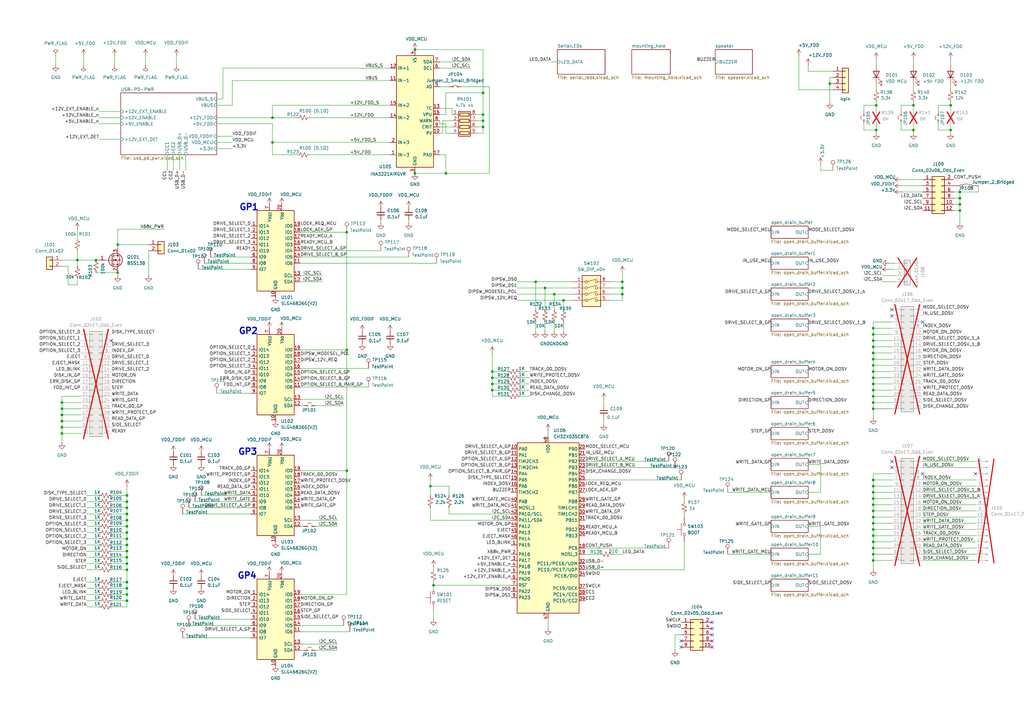
<source format=kicad_sch>
(kicad_sch (version 20250114) (generator "eeschema") (generator_version "9.0")
  (paper "A3")
  (text "GP3" (at 101.6 185.42 0) (effects (font (size 2.54 2.54) (thickness 0.508) (bold yes))))
  (text "GP1" (at 102.108 85.09 0) (effects (font (size 2.54 2.54) (thickness 0.508) (bold yes))))
  (text "GP2" (at 101.854 135.89 0) (effects (font (size 2.54 2.54) (thickness 0.508) (bold yes))))
  (text "GP4" (at 101.346 236.22 0) (effects (font (size 2.54 2.54) (thickness 0.508) (bold yes))))
  (junction (at 389.89 43.18))
  (junction (at 52.07 233.68))
  (junction (at 393.7 83.82))
  (junction (at 201.93 154.94))
  (junction (at 52.07 231.14))
  (junction (at 358.14 229.87))
  (junction (at 52.07 210.82))
  (junction (at 223.52 118.11))
  (junction (at 358.14 199.39))
  (junction (at 52.07 213.36))
  (junction (at 358.14 212.09))
  (junction (at 358.14 147.32))
  (junction (at 48.26 100.33))
  (junction (at 227.33 120.65))
  (junction (at 52.07 203.2))
  (junction (at 198.12 46.99))
  (junction (at 31.75 106.68))
  (junction (at 393.7 86.36))
  (junction (at 142.24 193.04))
  (junction (at 358.14 157.48))
  (junction (at 111.76 48.26))
  (junction (at 52.07 218.44))
  (junction (at 359.41 53.34))
  (junction (at 39.37 106.68))
  (junction (at 52.07 238.76))
  (junction (at 198.12 52.07))
  (junction (at 389.89 53.34))
  (junction (at 170.18 20.32))
  (junction (at 374.65 43.18))
  (junction (at 52.07 208.28))
  (junction (at 198.12 38.1))
  (junction (at 231.14 123.19))
  (junction (at 358.14 134.62))
  (junction (at 52.07 246.38))
  (junction (at 358.14 201.93))
  (junction (at 393.7 81.28))
  (junction (at 25.4 165.1))
  (junction (at 358.14 144.78))
  (junction (at 358.14 160.02))
  (junction (at 358.14 204.47))
  (junction (at 374.65 53.34))
  (junction (at 358.14 165.1))
  (junction (at 25.4 167.64))
  (junction (at 25.4 172.72))
  (junction (at 358.14 154.94))
  (junction (at 393.7 78.74))
  (junction (at 358.14 196.85))
  (junction (at 358.14 209.55))
  (junction (at 255.27 118.11))
  (junction (at 177.8 240.03))
  (junction (at 358.14 167.64))
  (junction (at 358.14 224.79))
  (junction (at 201.93 152.4))
  (junction (at 201.93 157.48))
  (junction (at 358.14 137.16))
  (junction (at 358.14 139.7))
  (junction (at 142.24 143.51))
  (junction (at 52.07 226.06))
  (junction (at 198.12 49.53))
  (junction (at 52.07 243.84))
  (junction (at 52.07 205.74))
  (junction (at 358.14 227.33))
  (junction (at 25.4 177.8))
  (junction (at 358.14 149.86))
  (junction (at 25.4 175.26))
  (junction (at 52.07 215.9))
  (junction (at 48.26 111.76))
  (junction (at 176.53 199.39))
  (junction (at 358.14 214.63))
  (junction (at 255.27 120.65))
  (junction (at 358.14 162.56))
  (junction (at 358.14 142.24))
  (junction (at 201.93 160.02))
  (junction (at 170.18 71.12))
  (junction (at 182.88 71.12))
  (junction (at 358.14 152.4))
  (junction (at 111.76 58.42))
  (junction (at 52.07 241.3))
  (junction (at 52.07 223.52))
  (junction (at 358.14 207.01))
  (junction (at 358.14 219.71))
  (junction (at 142.24 95.25))
  (junction (at 358.14 222.25))
  (junction (at 340.36 34.29))
  (junction (at 358.14 217.17))
  (junction (at 359.41 43.18))
  (junction (at 255.27 115.57))
  (junction (at 25.4 170.18))
  (junction (at 52.07 228.6))
  (junction (at 219.71 115.57))
  (junction (at 52.07 220.98))
  (no_connect (at 292.1 265.43))
  (no_connect (at 45.72 139.7))
  (no_connect (at 292.1 255.27))
  (no_connect (at 279.4 265.43))
  (no_connect (at 292.1 260.35))
  (no_connect (at 292.1 262.89))
  (no_connect (at 365.76 189.23))
  (no_connect (at 378.46 132.08))
  (no_connect (at 365.76 129.54))
  (no_connect (at 365.76 127))
  (no_connect (at 292.1 257.81))
  (no_connect (at 279.4 262.89))
  (no_connect (at 378.46 194.31))
  (no_connect (at 365.76 191.77))
  (no_connect (at 400.05 194.31))
  (wire (pts (xy 358.14 222.25) (xy 365.76 222.25)))
  (wire (pts (xy 201.93 154.94) (xy 201.93 157.48)))
  (wire (pts (xy 209.55 240.03) (xy 177.8 240.03)))
  (wire (pts (xy 88.9 55.88) (xy 95.25 55.88)))
  (wire (pts (xy 176.53 196.85) (xy 176.53 199.39)))
  (wire (pts (xy 212.09 118.11) (xy 223.52 118.11)))
  (wire (pts (xy 378.46 212.09) (xy 400.05 212.09)))
  (wire (pts (xy 77.47 208.28) (xy 102.87 208.28)))
  (wire (pts (xy 39.37 106.68) (xy 40.64 106.68)))
  (wire (pts (xy 358.14 217.17) (xy 365.76 217.17)))
  (wire (pts (xy 45.72 213.36) (xy 52.07 213.36)))
  (wire (pts (xy 336.55 67.31) (xy 336.55 69.85)))
  (wire (pts (xy 393.7 86.36) (xy 393.7 91.44)))
  (wire (pts (xy 86.36 105.41) (xy 102.87 105.41)))
  (wire (pts (xy 393.7 78.74) (xy 391.16 78.74)))
  (wire (pts (xy 200.66 71.12) (xy 182.88 71.12)))
  (wire (pts (xy 52.07 208.28) (xy 52.07 210.82)))
  (wire (pts (xy 82.55 203.2) (xy 102.87 203.2)))
  (wire (pts (xy 111.76 58.42) (xy 111.76 63.5)))
  (wire (pts (xy 231.14 123.19) (xy 231.14 127)))
  (wire (pts (xy 45.72 205.74) (xy 52.07 205.74)))
  (wire (pts (xy 240.03 191.77) (xy 276.86 191.77)))
  (wire (pts (xy 364.49 107.95) (xy 367.03 107.95)))
  (wire (pts (xy 358.14 227.33) (xy 358.14 229.87)))
  (wire (pts (xy 250.19 118.11) (xy 255.27 118.11)))
  (wire (pts (xy 358.14 222.25) (xy 358.14 224.79)))
  (wire (pts (xy 358.14 137.16) (xy 365.76 137.16)))
  (wire (pts (xy 358.14 139.7) (xy 358.14 142.24)))
  (wire (pts (xy 142.24 193.04) (xy 142.24 243.84)))
  (wire (pts (xy 25.4 162.56) (xy 25.4 165.1)))
  (wire (pts (xy 327.66 36.83) (xy 341.63 36.83)))
  (wire (pts (xy 374.65 43.18) (xy 369.57 43.18)))
  (wire (pts (xy 384.81 43.18) (xy 384.81 45.72)))
  (wire (pts (xy 185.42 54.61) (xy 182.88 54.61)))
  (wire (pts (xy 88.9 50.8) (xy 111.76 50.8)))
  (wire (pts (xy 180.34 25.4) (xy 193.04 25.4)))
  (wire (pts (xy 52.07 246.38) (xy 52.07 248.92)))
  (wire (pts (xy 40.64 218.44) (xy 35.56 218.44)))
  (wire (pts (xy 176.53 213.36) (xy 209.55 213.36)))
  (wire (pts (xy 365.76 152.4) (xy 358.14 152.4)))
  (wire (pts (xy 378.46 199.39) (xy 400.05 199.39)))
  (wire (pts (xy 123.19 213.36) (xy 138.43 213.36)))
  (wire (pts (xy 393.7 83.82) (xy 393.7 86.36)))
  (wire (pts (xy 52.07 199.39) (xy 52.07 203.2)))
  (wire (pts (xy 123.19 264.16) (xy 138.43 264.16)))
  (wire (pts (xy 208.28 157.48) (xy 201.93 157.48)))
  (wire (pts (xy 123.19 115.57) (xy 132.08 115.57)))
  (wire (pts (xy 384.81 53.34) (xy 389.89 53.34)))
  (wire (pts (xy 276.86 260.35) (xy 276.86 266.7)))
  (wire (pts (xy 247.65 171.45) (xy 247.65 173.99)))
  (wire (pts (xy 331.47 227.33) (xy 336.55 227.33)))
  (wire (pts (xy 367.03 115.57) (xy 361.95 115.57)))
  (wire (pts (xy 123.19 215.9) (xy 124.46 215.9)))
  (wire (pts (xy 358.14 167.64) (xy 365.76 167.64)))
  (wire (pts (xy 195.58 49.53) (xy 198.12 49.53)))
  (wire (pts (xy 378.46 229.87) (xy 400.05 229.87)))
  (wire (pts (xy 331.47 201.93) (xy 336.55 201.93)))
  (wire (pts (xy 358.14 160.02) (xy 365.76 160.02)))
  (wire (pts (xy 123.19 102.87) (xy 156.21 102.87)))
  (wire (pts (xy 378.46 214.63) (xy 400.05 214.63)))
  (wire (pts (xy 48.26 111.76) (xy 48.26 113.03)))
  (wire (pts (xy 48.26 100.33) (xy 48.26 93.98)))
  (wire (pts (xy 358.14 224.79) (xy 358.14 227.33)))
  (wire (pts (xy 189.23 35.56) (xy 200.66 35.56)))
  (wire (pts (xy 240.03 196.85) (xy 279.4 196.85)))
  (wire (pts (xy 45.72 203.2) (xy 52.07 203.2)))
  (wire (pts (xy 123.19 193.04) (xy 142.24 193.04)))
  (wire (pts (xy 40.64 233.68) (xy 35.56 233.68)))
  (wire (pts (xy 40.64 243.84) (xy 35.56 243.84)))
  (wire (pts (xy 358.14 199.39) (xy 365.76 199.39)))
  (wire (pts (xy 369.57 50.8) (xy 369.57 53.34)))
  (wire (pts (xy 182.88 46.99) (xy 182.88 38.1)))
  (wire (pts (xy 250.19 120.65) (xy 255.27 120.65)))
  (wire (pts (xy 374.65 41.91) (xy 374.65 43.18)))
  (wire (pts (xy 358.14 219.71) (xy 365.76 219.71)))
  (wire (pts (xy 227.33 120.65) (xy 227.33 127)))
  (wire (pts (xy 88.9 161.29) (xy 102.87 161.29)))
  (wire (pts (xy 40.64 220.98) (xy 35.56 220.98)))
  (wire (pts (xy 358.14 157.48) (xy 358.14 160.02)))
  (wire (pts (xy 25.4 177.8) (xy 25.4 181.61)))
  (wire (pts (xy 358.14 149.86) (xy 365.76 149.86)))
  (wire (pts (xy 74.93 261.62) (xy 102.87 261.62)))
  (wire (pts (xy 389.89 50.8) (xy 389.89 53.34)))
  (wire (pts (xy 224.79 179.07) (xy 224.79 176.53)))
  (wire (pts (xy 358.14 209.55) (xy 358.14 212.09)))
  (wire (pts (xy 400.05 204.47) (xy 378.46 204.47)))
  (wire (pts (xy 195.58 46.99) (xy 198.12 46.99)))
  (wire (pts (xy 358.14 212.09) (xy 365.76 212.09)))
  (wire (pts (xy 40.64 45.72) (xy 49.53 45.72)))
  (wire (pts (xy 201.93 160.02) (xy 201.93 162.56)))
  (wire (pts (xy 182.88 54.61) (xy 182.88 50.8)))
  (wire (pts (xy 227.33 120.65) (xy 234.95 120.65)))
  (wire (pts (xy 358.14 207.01) (xy 358.14 209.55)))
  (wire (pts (xy 72.39 22.86) (xy 72.39 26.67)))
  (wire (pts (xy 359.41 24.13) (xy 359.41 26.67)))
  (wire (pts (xy 359.41 34.29) (xy 359.41 36.83)))
  (wire (pts (xy 401.32 76.2) (xy 401.32 78.74)))
  (wire (pts (xy 331.47 26.67) (xy 331.47 29.21)))
  (wire (pts (xy 177.8 240.03) (xy 177.8 238.76)))
  (wire (pts (xy 358.14 154.94) (xy 358.14 157.48)))
  (wire (pts (xy 255.27 120.65) (xy 255.27 118.11)))
  (wire (pts (xy 33.02 162.56) (xy 25.4 162.56)))
  (wire (pts (xy 247.65 163.83) (xy 247.65 166.37)))
  (wire (pts (xy 129.54 166.37) (xy 140.97 166.37)))
  (wire (pts (xy 142.24 143.51) (xy 142.24 193.04)))
  (wire (pts (xy 45.72 215.9) (xy 52.07 215.9)))
  (wire (pts (xy 180.34 52.07) (xy 185.42 52.07)))
  (wire (pts (xy 198.12 52.07) (xy 198.12 49.53)))
  (wire (pts (xy 40.64 226.06) (xy 35.56 226.06)))
  (wire (pts (xy 52.07 233.68) (xy 52.07 238.76)))
  (wire (pts (xy 181.61 49.53) (xy 181.61 54.61)))
  (wire (pts (xy 40.64 215.9) (xy 35.56 215.9)))
  (wire (pts (xy 88.9 58.42) (xy 95.25 58.42)))
  (wire (pts (xy 378.46 219.71) (xy 400.05 219.71)))
  (wire (pts (xy 250.19 123.19) (xy 255.27 123.19)))
  (wire (pts (xy 358.14 149.86) (xy 358.14 152.4)))
  (wire (pts (xy 219.71 115.57) (xy 234.95 115.57)))
  (wire (pts (xy 240.03 233.68) (xy 280.67 233.68)))
  (wire (pts (xy 31.75 93.98) (xy 31.75 97.79)))
  (wire (pts (xy 378.46 207.01) (xy 400.05 207.01)))
  (wire (pts (xy 359.41 41.91) (xy 359.41 43.18)))
  (wire (pts (xy 358.14 147.32) (xy 358.14 149.86)))
  (wire (pts (xy 76.2 69.85) (xy 76.2 63.5)))
  (wire (pts (xy 52.07 220.98) (xy 52.07 223.52)))
  (wire (pts (xy 123.19 256.54) (xy 140.97 256.54)))
  (wire (pts (xy 208.28 152.4) (xy 201.93 152.4)))
  (wire (pts (xy 52.07 205.74) (xy 52.07 208.28)))
  (wire (pts (xy 358.14 214.63) (xy 358.14 217.17)))
  (wire (pts (xy 27.94 109.22) (xy 25.4 109.22)))
  (wire (pts (xy 40.64 241.3) (xy 35.56 241.3)))
  (wire (pts (xy 226.06 25.4) (xy 228.6 25.4)))
  (wire (pts (xy 358.14 144.78) (xy 365.76 144.78)))
  (wire (pts (xy 88.9 60.96) (xy 95.25 60.96)))
  (wire (pts (xy 358.14 154.94) (xy 365.76 154.94)))
  (wire (pts (xy 231.14 123.19) (xy 234.95 123.19)))
  (wire (pts (xy 201.93 152.4) (xy 201.93 154.94)))
  (wire (pts (xy 279.4 260.35) (xy 276.86 260.35)))
  (wire (pts (xy 182.88 38.1) (xy 198.12 38.1)))
  (wire (pts (xy 358.14 157.48) (xy 365.76 157.48)))
  (wire (pts (xy 358.14 224.79) (xy 365.76 224.79)))
  (wire (pts (xy 80.01 254) (xy 102.87 254)))
  (wire (pts (xy 389.89 24.13) (xy 389.89 26.67)))
  (wire (pts (xy 223.52 118.11) (xy 234.95 118.11)))
  (wire (pts (xy 40.64 48.26) (xy 49.53 48.26)))
  (wire (pts (xy 354.33 43.18) (xy 354.33 45.72)))
  (wire (pts (xy 358.14 196.85) (xy 358.14 199.39)))
  (wire (pts (xy 123.19 107.95) (xy 179.07 107.95)))
  (wire (pts (xy 374.65 53.34) (xy 374.65 54.61)))
  (wire (pts (xy 142.24 95.25) (xy 142.24 143.51)))
  (wire (pts (xy 240.03 227.33) (xy 246.38 227.33)))
  (wire (pts (xy 358.14 212.09) (xy 358.14 214.63)))
  (wire (pts (xy 48.26 100.33) (xy 60.96 100.33)))
  (wire (pts (xy 45.72 226.06) (xy 52.07 226.06)))
  (wire (pts (xy 40.64 228.6) (xy 35.56 228.6)))
  (wire (pts (xy 177.8 254) (xy 177.8 250.19)))
  (wire (pts (xy 111.76 63.5) (xy 121.92 63.5)))
  (wire (pts (xy 52.07 231.14) (xy 52.07 233.68)))
  (wire (pts (xy 123.19 259.08) (xy 143.51 259.08)))
  (wire (pts (xy 40.64 223.52) (xy 35.56 223.52)))
  (wire (pts (xy 212.09 120.65) (xy 227.33 120.65)))
  (wire (pts (xy 358.14 207.01) (xy 365.76 207.01)))
  (wire (pts (xy 217.17 157.48) (xy 213.36 157.48)))
  (wire (pts (xy 340.36 31.75) (xy 341.63 31.75)))
  (wire (pts (xy 25.4 165.1) (xy 25.4 167.64)))
  (wire (pts (xy 40.64 57.15) (xy 49.53 57.15)))
  (wire (pts (xy 358.14 209.55) (xy 365.76 209.55)))
  (wire (pts (xy 358.14 160.02) (xy 358.14 162.56)))
  (wire (pts (xy 111.76 43.18) (xy 111.76 48.26)))
  (wire (pts (xy 52.07 226.06) (xy 52.07 228.6)))
  (wire (pts (xy 365.76 134.62) (xy 358.14 134.62)))
  (wire (pts (xy 212.09 123.19) (xy 231.14 123.19)))
  (wire (pts (xy 201.93 162.56) (xy 208.28 162.56)))
  (wire (pts (xy 129.54 215.9) (xy 138.43 215.9)))
  (wire (pts (xy 111.76 58.42) (xy 160.02 58.42)))
  (wire (pts (xy 378.46 196.85) (xy 400.05 196.85)))
  (wire (pts (xy 358.14 219.71) (xy 358.14 222.25)))
  (wire (pts (xy 255.27 115.57) (xy 255.27 118.11)))
  (wire (pts (xy 358.14 144.78) (xy 358.14 147.32)))
  (wire (pts (xy 374.65 24.13) (xy 374.65 26.67)))
  (wire (pts (xy 52.07 215.9) (xy 52.07 218.44)))
  (wire (pts (xy 31.75 106.68) (xy 39.37 106.68)))
  (wire (pts (xy 240.03 189.23) (xy 274.32 189.23)))
  (wire (pts (xy 182.88 71.12) (xy 170.18 71.12)))
  (wire (pts (xy 180.34 54.61) (xy 181.61 54.61)))
  (wire (pts (xy 46.99 22.86) (xy 46.99 26.67)))
  (wire (pts (xy 68.58 69.85) (xy 68.58 63.5)))
  (wire (pts (xy 40.64 238.76) (xy 35.56 238.76)))
  (wire (pts (xy 359.41 50.8) (xy 359.41 53.34)))
  (wire (pts (xy 359.41 43.18) (xy 359.41 45.72)))
  (wire (pts (xy 176.53 208.28) (xy 176.53 213.36)))
  (wire (pts (xy 195.58 54.61) (xy 198.12 54.61)))
  (wire (pts (xy 298.45 227.33) (xy 316.23 227.33)))
  (wire (pts (xy 25.4 175.26) (xy 33.02 175.26)))
  (wire (pts (xy 389.89 34.29) (xy 389.89 36.83)))
  (wire (pts (xy 378.46 227.33) (xy 400.05 227.33)))
  (wire (pts (xy 142.24 243.84) (xy 123.19 243.84)))
  (wire (pts (xy 255.27 123.19) (xy 255.27 120.65)))
  (wire (pts (xy 358.14 142.24) (xy 365.76 142.24)))
  (wire (pts (xy 217.17 160.02) (xy 213.36 160.02)))
  (wire (pts (xy 180.34 63.5) (xy 182.88 63.5)))
  (wire (pts (xy 389.89 43.18) (xy 384.81 43.18)))
  (wire (pts (xy 45.72 246.38) (xy 52.07 246.38)))
  (wire (pts (xy 358.14 152.4) (xy 358.14 154.94)))
  (wire (pts (xy 251.46 227.33) (xy 255.27 227.33)))
  (wire (pts (xy 123.19 143.51) (xy 142.24 143.51)))
  (wire (pts (xy 201.93 144.78) (xy 201.93 152.4)))
  (wire (pts (xy 60.96 102.87) (xy 60.96 113.03)))
  (wire (pts (xy 336.55 215.9) (xy 331.47 215.9)))
  (wire (pts (xy 45.72 223.52) (xy 52.07 223.52)))
  (wire (pts (xy 184.15 203.2) (xy 184.15 199.39)))
  (wire (pts (xy 255.27 111.76) (xy 255.27 115.57)))
  (wire (pts (xy 45.72 228.6) (xy 52.07 228.6)))
  (wire (pts (xy 88.9 48.26) (xy 111.76 48.26)))
  (wire (pts (xy 393.7 78.74) (xy 393.7 81.28)))
  (wire (pts (xy 250.19 115.57) (xy 255.27 115.57)))
  (wire (pts (xy 180.34 27.94) (xy 193.04 27.94)))
  (wire (pts (xy 25.4 172.72) (xy 33.02 172.72)))
  (wire (pts (xy 224.79 257.81) (xy 224.79 254)))
  (wire (pts (xy 369.57 78.74) (xy 378.46 78.74)))
  (wire (pts (xy 358.14 194.31) (xy 358.14 196.85)))
  (wire (pts (xy 231.14 135.89) (xy 231.14 132.08)))
  (wire (pts (xy 31.75 116.84) (xy 31.75 114.3)))
  (wire (pts (xy 25.4 175.26) (xy 25.4 177.8)))
  (wire (pts (xy 25.4 106.68) (xy 31.75 106.68)))
  (wire (pts (xy 48.26 93.98) (xy 67.31 93.98)))
  (wire (pts (xy 359.41 53.34) (xy 359.41 54.61)))
  (wire (pts (xy 298.45 201.93) (xy 316.23 201.93)))
  (wire (pts (xy 40.64 50.8) (xy 49.53 50.8)))
  (wire (pts (xy 40.64 203.2) (xy 35.56 203.2)))
  (wire (pts (xy 40.64 205.74) (xy 35.56 205.74)))
  (wire (pts (xy 180.34 49.53) (xy 180.34 50.8)))
  (wire (pts (xy 240.03 224.79) (xy 274.32 224.79)))
  (wire (pts (xy 127 48.26) (xy 160.02 48.26)))
  (wire (pts (xy 358.14 165.1) (xy 358.14 167.64)))
  (wire (pts (xy 280.67 222.25) (xy 280.67 233.68)))
  (wire (pts (xy 358.14 137.16) (xy 358.14 139.7)))
  (wire (pts (xy 185.42 49.53) (xy 181.61 49.53)))
  (wire (pts (xy 200.66 35.56) (xy 200.66 71.12)))
  (wire (pts (xy 378.46 189.23) (xy 400.05 189.23)))
  (wire (pts (xy 359.41 43.18) (xy 354.33 43.18)))
  (wire (pts (xy 389.89 41.91) (xy 389.89 43.18)))
  (wire (pts (xy 327.66 22.86) (xy 327.66 36.83)))
  (wire (pts (xy 156.21 90.17) (xy 156.21 91.44)))
  (wire (pts (xy 25.4 170.18) (xy 33.02 170.18)))
  (wire (pts (xy 180.34 35.56) (xy 184.15 35.56)))
  (wire (pts (xy 227.33 135.89) (xy 227.33 132.08)))
  (wire (pts (xy 45.72 218.44) (xy 52.07 218.44)))
  (wire (pts (xy 167.64 90.17) (xy 167.64 91.44)))
  (wire (pts (xy 208.28 154.94) (xy 201.93 154.94)))
  (wire (pts (xy 52.07 223.52) (xy 52.07 226.06)))
  (wire (pts (xy 52.07 210.82) (xy 52.07 213.36)))
  (wire (pts (xy 374.65 43.18) (xy 374.65 45.72)))
  (wire (pts (xy 365.76 214.63) (xy 358.14 214.63)))
  (wire (pts (xy 340.36 34.29) (xy 340.36 41.91)))
  (wire (pts (xy 378.46 201.93) (xy 400.05 201.93)))
  (wire (pts (xy 45.72 231.14) (xy 52.07 231.14)))
  (wire (pts (xy 123.19 163.83) (xy 140.97 163.83)))
  (wire (pts (xy 212.09 115.57) (xy 219.71 115.57)))
  (wire (pts (xy 358.14 199.39) (xy 358.14 201.93)))
  (wire (pts (xy 184.15 210.82) (xy 209.55 210.82)))
  (wire (pts (xy 365.76 196.85) (xy 358.14 196.85)))
  (wire (pts (xy 45.72 241.3) (xy 52.07 241.3)))
  (wire (pts (xy 358.14 162.56) (xy 358.14 165.1)))
  (wire (pts (xy 45.72 248.92) (xy 52.07 248.92)))
  (wire (pts (xy 185.42 44.45) (xy 185.42 46.99)))
  (wire (pts (xy 358.14 162.56) (xy 365.76 162.56)))
  (wire (pts (xy 45.72 243.84) (xy 52.07 243.84)))
  (wire (pts (xy 331.47 190.5) (xy 336.55 190.5)))
  (wire (pts (xy 217.17 154.94) (xy 213.36 154.94)))
  (wire (pts (xy 184.15 210.82) (xy 184.15 208.28)))
  (wire (pts (xy 45.72 238.76) (xy 52.07 238.76)))
  (wire (pts (xy 111.76 50.8) (xy 111.76 58.42)))
  (wire (pts (xy 52.07 203.2) (xy 52.07 205.74)))
  (wire (pts (xy 358.14 229.87) (xy 358.14 233.68)))
  (wire (pts (xy 129.54 266.7) (xy 138.43 266.7)))
  (wire (pts (xy 201.93 160.02) (xy 208.28 160.02)))
  (wire (pts (xy 45.72 220.98) (xy 52.07 220.98)))
  (wire (pts (xy 40.64 210.82) (xy 35.56 210.82)))
  (wire (pts (xy 365.76 194.31) (xy 358.14 194.31)))
  (wire (pts (xy 336.55 69.85) (xy 341.63 69.85)))
  (wire (pts (xy 127 63.5) (xy 160.02 63.5)))
  (wire (pts (xy 401.32 78.74) (xy 393.7 78.74)))
  (wire (pts (xy 378.46 217.17) (xy 400.05 217.17)))
  (wire (pts (xy 389.89 53.34) (xy 389.89 54.61)))
  (wire (pts (xy 123.19 166.37) (xy 124.46 166.37)))
  (wire (pts (xy 39.37 111.76) (xy 48.26 111.76)))
  (wire (pts (xy 95.25 43.18) (xy 95.25 33.02)))
  (wire (pts (xy 374.65 50.8) (xy 374.65 53.34)))
  (wire (pts (xy 367.03 110.49) (xy 364.49 110.49)))
  (wire (pts (xy 40.64 231.14) (xy 35.56 231.14)))
  (wire (pts (xy 280.67 212.09) (xy 280.67 210.82)))
  (wire (pts (xy 358.14 201.93) (xy 358.14 204.47)))
  (wire (pts (xy 393.7 81.28) (xy 391.16 81.28)))
  (wire (pts (xy 378.46 222.25) (xy 400.05 222.25)))
  (wire (pts (xy 358.14 134.62) (xy 358.14 137.16)))
  (wire (pts (xy 45.72 210.82) (xy 52.07 210.82)))
  (wire (pts (xy 45.72 233.68) (xy 52.07 233.68)))
  (wire (pts (xy 180.34 46.99) (xy 182.88 46.99)))
  (wire (pts (xy 40.64 246.38) (xy 35.56 246.38)))
  (wire (pts (xy 336.55 227.33) (xy 336.55 215.9)))
  (wire (pts (xy 358.14 132.08) (xy 358.14 134.62)))
  (wire (pts (xy 198.12 49.53) (xy 198.12 46.99)))
  (wire (pts (xy 52.07 238.76) (xy 52.07 241.3)))
  (wire (pts (xy 25.4 172.72) (xy 25.4 175.26)))
  (wire (pts (xy 25.4 177.8) (xy 33.02 177.8)))
  (wire (pts (xy 369.57 43.18) (xy 369.57 45.72)))
  (wire (pts (xy 52.07 241.3) (xy 52.07 243.84)))
  (wire (pts (xy 378.46 209.55) (xy 400.05 209.55)))
  (wire (pts (xy 74.93 210.82) (xy 102.87 210.82)))
  (wire (pts (xy 27.94 109.22) (xy 27.94 116.84)))
  (wire (pts (xy 31.75 102.87) (xy 31.75 106.68)))
  (wire (pts (xy 27.94 116.84) (xy 31.75 116.84)))
  (wire (pts (xy 25.4 170.18) (xy 25.4 172.72)))
  (wire (pts (xy 217.17 152.4) (xy 213.36 152.4)))
  (wire (pts (xy 358.14 204.47) (xy 358.14 207.01)))
  (wire (pts (xy 102.87 110.49) (xy 81.28 110.49)))
  (wire (pts (xy 40.64 248.92) (xy 35.56 248.92)))
  (wire (pts (xy 358.14 147.32) (xy 365.76 147.32)))
  (wire (pts (xy 123.19 105.41) (xy 167.64 105.41)))
  (wire (pts (xy 52.07 213.36) (xy 52.07 215.9)))
  (wire (pts (xy 223.52 135.89) (xy 223.52 132.08)))
  (wire (pts (xy 77.47 256.54) (xy 102.87 256.54)))
  (wire (pts (xy 374.65 34.29) (xy 374.65 36.83)))
  (wire (pts (xy 71.12 69.85) (xy 71.12 63.5)))
  (wire (pts (xy 378.46 191.77) (xy 400.05 191.77)))
  (wire (pts (xy 354.33 50.8) (xy 354.33 53.34)))
  (wire (pts (xy 80.01 205.74) (xy 102.87 205.74)))
  (wire (pts (xy 280.67 204.47) (xy 280.67 205.74)))
  (wire (pts (xy 201.93 157.48) (xy 201.93 160.02)))
  (wire (pts (xy 195.58 52.07) (xy 198.12 52.07)))
  (wire (pts (xy 91.44 40.64) (xy 91.44 27.94)))
  (wire (pts (xy 219.71 135.89) (xy 219.71 132.08)))
  (wire (pts (xy 384.81 50.8) (xy 384.81 53.34)))
  (wire (pts (xy 25.4 167.64) (xy 25.4 170.18)))
  (wire (pts (xy 91.44 27.94) (xy 160.02 27.94)))
  (wire (pts (xy 52.07 218.44) (xy 52.07 220.98)))
  (wire (pts (xy 367.03 113.03) (xy 361.95 113.03)))
  (wire (pts (xy 111.76 43.18) (xy 160.02 43.18)))
  (wire (pts (xy 358.14 227.33) (xy 365.76 227.33)))
  (wire (pts (xy 48.26 100.33) (xy 48.26 101.6)))
  (wire (pts (xy 198.12 38.1) (xy 198.12 20.32)))
  (wire (pts (xy 177.8 232.41) (xy 177.8 233.68)))
  (wire (pts (xy 358.14 167.64) (xy 358.14 171.45)))
  (wire (pts (xy 378.46 224.79) (xy 400.05 224.79)))
  (wire (pts (xy 358.14 142.24) (xy 358.14 144.78)))
  (wire (pts (xy 393.7 86.36) (xy 391.16 86.36)))
  (wire (pts (xy 358.14 139.7) (xy 365.76 139.7)))
  (wire (pts (xy 40.64 208.28) (xy 35.56 208.28)))
  (wire (pts (xy 198.12 46.99) (xy 198.12 38.1)))
  (wire (pts (xy 198.12 54.61) (xy 198.12 52.07)))
  (wire (pts (xy 31.75 109.22) (xy 31.75 106.68)))
  (wire (pts (xy 88.9 43.18) (xy 95.25 43.18)))
  (wire (pts (xy 123.19 95.25) (xy 142.24 95.25)))
  (wire (pts (xy 393.7 83.82) (xy 391.16 83.82)))
  (wire (pts (xy 25.4 165.1) (xy 33.02 165.1)))
  (wire (pts (xy 180.34 44.45) (xy 185.42 44.45)))
  (wire (pts (xy 340.36 31.75) (xy 340.36 34.29)))
  (wire (pts (xy 123.19 151.13) (xy 151.13 151.13)))
  (wire (pts (xy 123.19 266.7) (xy 124.46 266.7)))
  (wire (pts (xy 34.29 22.86) (xy 34.29 26.67)))
  (wire (pts (xy 369.57 76.2) (xy 378.46 76.2)))
  (wire (pts (xy 176.53 199.39) (xy 176.53 203.2)))
  (wire (pts (xy 176.53 199.39) (xy 184.15 199.39)))
  (wire (pts (xy 389.89 43.18) (xy 389.89 45.72)))
  (wire (pts (xy 40.64 213.36) (xy 35.56 213.36)))
  (wire (pts (xy 336.55 190.5) (xy 336.55 201.93)))
  (wire (pts (xy 358.14 201.93) (xy 365.76 201.93)))
  (wire (pts (xy 88.9 40.64) (xy 91.44 40.64)))
  (wire (pts (xy 73.66 69.85) (xy 73.66 63.5)))
  (wire (pts (xy 358.14 204.47) (xy 365.76 204.47)))
  (wire (pts (xy 219.71 115.57) (xy 219.71 127)))
  (wire (pts (xy 22.86 22.86) (xy 22.86 26.67)))
  (wire (pts (xy 340.36 34.29) (xy 341.63 34.29)))
  (wire (pts (xy 170.18 20.32) (xy 198.12 20.32)))
  (wire (pts (xy 369.57 53.34) (xy 374.65 53.34)))
  (wire (pts (xy 83.82 107.95) (xy 102.87 107.95)))
  (wire (pts (xy 365.76 132.08) (xy 358.14 132.08)))
  (wire (pts (xy 358.14 165.1) (xy 365.76 165.1)))
  (wire (pts (xy 358.14 217.17) (xy 358.14 219.71)))
  (wire (pts (xy 393.7 81.28) (xy 393.7 83.82)))
  (wire (pts (xy 182.88 50.8) (xy 180.34 50.8)))
  (wire (pts (xy 354.33 53.34) (xy 359.41 53.34)))
  (wire (pts (xy 111.76 48.26) (xy 121.92 48.26)))
  (wire (pts (xy 331.47 29.21) (xy 341.63 29.21)))
  (wire (pts (xy 369.57 73.66) (xy 378.46 73.66)))
  (wire (pts (xy 123.19 113.03) (xy 132.08 113.03)))
  (wire (pts (xy 52.07 228.6) (xy 52.07 231.14)))
  (wire (pts (xy 123.19 158.75) (xy 151.13 158.75)))
  (wire (pts (xy 52.07 243.84) (xy 52.07 246.38)))
  (wire (pts (xy 95.25 33.02) (xy 160.02 33.02)))
  (wire (pts (xy 182.88 63.5) (xy 182.88 71.12)))
  (wire (pts (xy 223.52 118.11) (xy 223.52 127)))
  (wire (pts (xy 45.72 208.28) (xy 52.07 208.28)))
  (wire (pts (xy 213.36 162.56) (xy 217.17 162.56)))
  (wire (pts (xy 59.69 22.86) (xy 59.69 26.67)))
  (wire (pts (xy 358.14 229.87) (xy 365.76 229.87)))
  (wire (pts (xy 25.4 167.64) (xy 33.02 167.64)))
  (label "INDEX_GP" (at 102.87 198.12 180))
  (label "OPTION_SELECT_3" (at 33.02 144.78 180))
  (label "OPTION_SELECT_A_GP" (at 123.19 153.67 0))
  (label "DIRECTION" (at 35.56 228.6 180))
  (label "MOTOR_ON" (at 35.56 226.06 180))
  (label "WRITE_DATA_DOSV" (at 331.47 190.5 0))
  (label "I2C_SDA" (at 361.95 115.57 180))
  (label "LOCK_ACK_GP" (at 240.03 201.93 0))
  (label "OPTION_SELECT_0" (at 35.56 215.9 180))
  (label "I2C_SCL" (at 361.95 113.03 180))
  (label "STEP" (at 35.56 231.14 180))
  (label "USB_D-" (at 240.03 231.14 0))
  (label "USB_D+" (at 73.66 69.85 270))
  (label "READ_DATA_GP" (at 102.87 200.66 180))
  (label "MOTOR_ON_DOSV" (at 378.46 207.01 0))
  (label "WRITE_DATA_GP" (at 240.03 210.82 0))
  (label "+12V_FDD_S" (at 143.51 43.18 0))
  (label "CC2" (at 71.12 69.85 270))
  (label "READY" (at 45.72 177.8 0))
  (label "OPTION_SELECT_1" (at 35.56 218.44 180))
  (label "DRIVE_SELECT_0" (at 102.87 92.71 180))
  (label "TRACK_00_DOSV" (at 378.46 219.71 0))
  (label "FDD_INT_GP" (at 102.87 158.75 180))
  (label "SIDE_SELECT_DOSV" (at 378.46 165.1 0))
  (label "STEP_DOSV" (at 331.47 177.8 0))
  (label "SIDE_SELECT" (at 45.72 175.26 0))
  (label "CC2" (at 240.03 246.38 0))
  (label "MODE_SELECT_DOSV" (at 378.46 189.23 0))
  (label "SWDIO" (at 279.4 257.81 180))
  (label "I2C_SCL" (at 140.97 163.83 180))
  (label "ERR_DISK_GP" (at 102.87 156.21 180))
  (label "DRIVE_SELECT_DOSV_1_A" (at 331.47 120.65 0))
  (label "TRACK_00_DOSV" (at 123.19 195.58 0))
  (label "I2C_SDA" (at 138.43 266.7 180))
  (label "DRIVE_SELECT_3" (at 102.87 100.33 180))
  (label "DISK_TYPE_SELECT" (at 35.56 203.2 180))
  (label "OPTION_SELECT_B_PAIR_GP" (at 123.19 158.75 0))
  (label "DIPSW_MODESEL_POL" (at 212.09 120.65 180))
  (label "I2C_SCL" (at 193.04 27.94 180))
  (label "I2C_SCL" (at 138.43 213.36 180))
  (label "CC1" (at 68.58 69.85 270))
  (label "EJECT_MASK" (at 209.55 220.98 180))
  (label "DISK_TYPE_SELECT" (at 45.72 137.16 0))
  (label "SWCLK" (at 240.03 241.3 0))
  (label "EJECT" (at 209.55 218.44 180))
  (label "OPTION_SELECT_A_GP" (at 209.55 189.23 180))
  (label "WRITE_PROTECT_GP" (at 102.87 195.58 180))
  (label "STEP_GP" (at 123.19 251.46 0))
  (label "+5V_ENABLE_n" (at 40.64 50.8 180))
  (label "DISK_TYPE_SELECT" (at 209.55 196.85 180))
  (label "WRITE_DATA_MCU" (at 209.55 208.28 180))
  (label "DRIVE_SELECT_A_GP" (at 316.23 120.65 180))
  (label "X68k_PWR" (at 67.31 93.98 180))
  (label "READY" (at 102.87 102.87 180))
  (label "WRITE_GATE_DOSV" (at 378.46 217.17 0))
  (label "IN_USE_DOSV" (at 378.46 129.54 0))
  (label "VDD_MCU" (at 95.25 58.42 0))
  (label "TRACK_00_DOSV" (at 240.03 213.36 0))
  (label "DRIVE_SELECT_DOSV_1_B" (at 331.47 133.35 0))
  (label "CONT_PUSH" (at 240.03 224.79 0))
  (label "WRITE_DATA_DOSV" (at 378.46 152.4 0))
  (label "DRIVE_SELECT_DOSV_1_B" (at 378.46 142.24 0))
  (label "DIRECTION" (at 102.87 246.38 180))
  (label "STEP" (at 102.87 248.92 180))
  (label "INDEX_DOSV" (at 378.46 196.85 0))
  (label "I2C_SCL" (at 138.43 264.16 180))
  (label "WRITE_GATE_GP" (at 240.03 205.74 0))
  (label "DRIVE_SELECT_A_GP" (at 102.87 259.08 180))
  (label "TRACK_00_GP" (at 102.87 193.04 180))
  (label "TRACK_00_DOSV" (at 217.17 152.4 0))
  (label "WRITE_DATA_GP" (at 316.23 190.5 180))
  (label "OPTION_SELECT_3" (at 102.87 151.13 180))
  (label "SIDE_SELECT_GP" (at 123.19 254 0))
  (label "MODE_SELECT_MCU" (at 316.23 95.25 180))
  (label "BUZZER" (at 293.37 25.4 180))
  (label "DRIVE_SELECT_3" (at 35.56 213.36 180))
  (label "X68k_PWR" (at 209.55 227.33 180))
  (label "READ_DATA_DOSV" (at 378.46 224.79 0))
  (label "MODE_SELECT_DOSV" (at 331.47 95.25 0))
  (label "DRIVE_SELECT_1" (at 102.87 95.25 180))
  (label "MOTOR_ON_GP" (at 316.23 152.4 180))
  (label "LOCK_ACK_GP" (at 123.19 95.25 0))
  (label "DRIVE_SELECT_B_GP" (at 123.19 105.41 0))
  (label "OPTION_SELECT_B_GP" (at 123.19 156.21 0))
  (label "DIRECTION_DOSV" (at 378.46 147.32 0))
  (label "SIDE_SELECT" (at 102.87 251.46 180))
  (label "+12V_EXT_ENABLE_n" (at 40.64 45.72 180))
  (label "IN_USE_MCU" (at 316.23 107.95 180))
  (label "READ_DATA_DOSV" (at 217.17 160.02 0))
  (label "STEP_DOSV" (at 378.46 149.86 0))
  (label "+5V_ENABLE_n" (at 209.55 232.41 180))
  (label "WRITE_GATE_MCU" (at 316.23 227.33 180))
  (label "LED_DATA" (at 226.06 25.4 180))
  (label "IN_USE_DOSV" (at 378.46 191.77 0))
  (label "DRIVE_SELECT_A_GP" (at 209.55 184.15 180))
  (label "DISK_CHANGE_DOSV" (at 217.17 162.56 0))
  (label "OPTION_SELECT_0" (at 33.02 137.16 180))
  (label "DIPSW_DS1" (at 212.09 118.11 180))
  (label "+5V_FDD" (at 143.51 63.5 0))
  (label "WRITE_PROTECT_DOSV" (at 217.17 154.94 0))
  (label "+12V_FDD" (at 143.51 48.26 0))
  (label "BUZZER" (at 209.55 201.93 180))
  (label "WRITE_GATE" (at 45.72 165.1 0))
  (label "OPTION_SELECT_B_PAIR_GP" (at 209.55 194.31 180))
  (label "+12V_EXT_DET" (at 40.64 57.15 180))
  (label "VBUS_S" (at 149.86 27.94 0))
  (label "STEP" (at 45.72 160.02 0))
  (label "OPTION_SELECT_0" (at 102.87 143.51 180))
  (label "READY_MCU_A" (at 123.19 97.79 0))
  (label "DRIVE_SELECT_1" (at 35.56 208.28 180))
  (label "VBUS" (at 149.86 33.02 0))
  (label "MODE_SELECT_DOSV" (at 378.46 127 0))
  (label "DIPSW_DS1" (at 209.55 245.11 180))
  (label "DISK_CHANGE_DOSV" (at 240.03 194.31 0))
  (label "DIRECTION_DOSV" (at 378.46 209.55 0))
  (label "+12V_EXT_DET" (at 209.55 229.87 180))
  (label "LED_BLINK" (at 33.02 152.4 180))
  (label "I2C_SCL" (at 209.55 210.82 180))
  (label "FDD_INT_GP" (at 33.02 160.02 180))
  (label "DRIVE_SELECT_DOSV_1_A" (at 378.46 204.47 0))
  (label "I2C_SCL" (at 378.46 83.82 180))
  (label "INDEX_DOSV" (at 123.19 200.66 0))
  (label "DRIVE_SELECT_2" (at 102.87 97.79 180))
  (label "MODE_SELECT_MCU" (at 240.03 184.15 0))
  (label "OPTION_SELECT_B_GP" (at 209.55 191.77 180))
  (label "WRITE_GATE" (at 102.87 205.74 180))
  (label "I2C_SDA" (at 378.46 86.36 180))
  (label "EJECT_MASK" (at 35.56 241.3 180))
  (label "DRIVE_SELECT_A_GP" (at 123.19 102.87 0))
  (label "WRITE_GATE_DOSV" (at 331.47 215.9 0))
  (label "DRIVE_SELECT_DOSV_1_A" (at 378.46 139.7 0))
  (label "OPTION_SELECT_1" (at 33.02 139.7 180))
  (label "I2C_SDA" (at 138.43 215.9 180))
  (label "+12V_ENABLE_n" (at 40.64 48.26 180))
  (label "WRITE_GATE_MCU" (at 209.55 205.74 180))
  (label "LED_BLINK" (at 209.55 223.52 180))
  (label "WRITE_GATE" (at 35.56 246.38 180))
  (label "DIRECTION" (at 45.72 157.48 0))
  (label "DRIVE_SELECT_2" (at 35.56 210.82 180))
  (label "SWCLK" (at 279.4 255.27 180))
  (label "SIDE_SELECT" (at 35.56 233.68 180))
  (label "DRIVE_SELECT_3" (at 45.72 142.24 0))
  (label "TRACK_00_GP" (at 45.72 167.64 0))
  (label "WRITE_DATA_MCU" (at 316.23 201.93 180))
  (label "DIRECTION_GP" (at 316.23 165.1 180))
  (label "WRITE_PROTECT_GP" (at 45.72 170.18 0))
  (label "MOTOR_ON" (at 102.87 243.84 180))
  (label "DRIVE_SELECT_B_GP" (at 209.55 186.69 180))
  (label "WRITE_GATE_GP" (at 316.23 215.9 180))
  (label "IN_USE_DOSV" (at 331.47 107.95 0))
  (label "DRIVE_SELECT_B_MCU" (at 240.03 191.77 0))
  (label "DIRECTION_DOSV" (at 331.47 165.1 0))
  (label "DIPSW_DS0" (at 209.55 242.57 180))
  (label "INDEX_DOSV" (at 217.17 157.48 0))
  (label "DIPSW_DS0" (at 212.09 115.57 180))
  (label "LOCK_REQ_MCU" (at 240.03 199.39 0))
  (label "DRIVE_SELECT_A_GP" (at 102.87 208.28 180))
  (label "EJECT" (at 35.56 238.76 180))
  (label "DISK_CHANGE_DOSV" (at 378.46 167.64 0))
  (label "VDD_FDDIF" (at 95.25 55.88 0))
  (label "LED_DATA" (at 378.46 81.28 180))
  (label "WRITE_PROTECT_DOSV" (at 123.19 198.12 0))
  (label "+5V_FDD_S" (at 143.51 58.42 0))
  (label "MOTOR_ON_DOSV" (at 378.46 144.78 0))
  (label "CONT_PUSH" (at 391.16 73.66 0))
  (label "MOTOR_ON_DOSV" (at 378.46 199.39 0))
  (label "STEP_DOSV" (at 378.46 212.09 0))
  (label "+3.3V" (at 95.25 60.96 0))
  (label "USB_D-" (at 76.2 69.85 270))
  (label "OPTION_SELECT_2" (at 102.87 148.59 180))
  (label "DRIVE_SELECT_DOSV_1_B" (at 378.46 201.93 0))
  (label "DIPSW_12V_REQ" (at 212.09 123.19 180))
  (label "EJECT_MASK" (at 33.02 149.86 180))
  (label "DRIVE_SELECT_2" (at 45.72 152.4 0))
  (label "DRIVE_SELECT_1" (at 45.72 149.86 0))
  (label "DIPSW_12V_REQ" (at 123.19 148.59 0))
  (label "SIDE_SELECT_GP" (at 316.23 240.03 180))
  (label "READ_DATA_DOSV" (at 123.19 203.2 0))
  (label "WRITE_DATA" (at 35.56 248.92 180))
  (label "WRITE_DATA_DOSV" (at 378.46 214.63 0))
  (label "DRIVE_SELECT_0" (at 45.72 147.32 0))
  (label "READ_DATA_GP" (at 45.72 172.72 0))
  (label "WRITE_DATA_GP" (at 123.19 205.74 0))
  (label "OPTION_SELECT_1" (at 102.87 146.05 180))
  (label "I2C_SDA" (at 140.97 166.37 180))
  (label "READ_DATA_DOSV" (at 378.46 162.56 0))
  (label "OPTION_SELECT_3" (at 35.56 223.52 180))
  (label "CC1" (at 240.03 243.84 0))
  (label "INDEX_GP" (at 45.72 144.78 0))
  (label "TRACK_00_DOSV" (at 378.46 157.48 0))
  (label "STEP_GP" (at 316.23 177.8 180))
  (label "SIDE_SELECT_DOSV" (at 378.46 227.33 0))
  (label "DISK_IN_GP" (at 102.87 153.67 180))
  (label "MOTOR_ON" (at 45.72 154.94 0))
  (label "WRITE_GATE_GP" (at 123.19 208.28 0))
  (label "INDEX_DOSV" (at 378.46 134.62 0))
  (label "I2C_SDA" (at 132.08 115.57 180))
  (label "I2C_SDA" (at 193.04 25.4 180))
  (label "MOTOR_ON_DOSV" (at 378.46 137.16 0))
  (label "MOTOR_ON_DOSV" (at 331.47 152.4 0))
  (label "IN_USE_MCU" (at 240.03 186.69 0))
  (label "OPTION_SELECT_2" (at 33.02 142.24 180))
  (label "READ_DATA_DOSV" (at 240.03 208.28 0))
  (label "WRITE_DATA" (at 102.87 203.2 180))
  (label "DIPSW_MODESEL_POL" (at 123.19 146.05 0))
  (label "WRITE_GATE_DOSV" (at 378.46 154.94 0))
  (label "SIDE_SELECT_DOSV" (at 331.47 240.03 0))
  (label "READY_MCU_B" (at 240.03 219.71 0))
  (label "LED_DATA" (at 255.27 227.33 0))
  (label "DISK_IN_GP" (at 33.02 154.94 180))
  (label "READY_MCU_A" (at 240.03 217.17 0))
  (label "MOTOR_ON_GP" (at 209.55 215.9 180))
  (label "DISK_CHANGE_DOSV" (at 378.46 229.87 0))
  (label "EJECT" (at 33.02 147.32 180))
  (label "READY_MCU_B" (at 123.19 100.33 0))
  (label "LOCK_REQ_MCU" (at 123.19 92.71 0))
  (label "+12V_EXT_ENABLE_n" (at 209.55 237.49 180))
  (label "ERR_DISK_GP" (at 33.02 157.48 180))
  (label "WRITE_PROTECT_DOSV" (at 378.46 222.25 0))
  (label "OPTION_SELECT_2" (at 35.56 220.98 180))
  (label "DRIVE_SELECT_0" (at 35.56 205.74 180))
  (label "SWDIO" (at 240.03 236.22 0))
  (label "I2C_SDA" (at 209.55 213.36 180))
  (label "DRIVE_SELECT_B_GP" (at 316.23 133.35 180))
  (label "INDEX_DOSV" (at 209.55 199.39 180))
  (label "WRITE_DATA" (at 45.72 162.56 0))
  (label "DIRECTION_GP" (at 123.19 248.92 0))
  (label "+12V_ENABLE_n" (at 209.55 234.95 180))
  (label "WRITE_PROTECT_DOSV" (at 378.46 160.02 0))
  (label "DRIVE_SELECT_A_MCU" (at 240.03 189.23 0))
  (label "I2C_SCL" (at 132.08 113.03 180))
  (label "USB_D+" (at 240.03 233.68 0))
  (label "MOTOR_ON_GP" (at 123.19 246.38 0))
  (label "LED_BLINK" (at 35.56 243.84 180))
  (symbol (lib_id "Device:R_Small_US") (at 43.18 243.84 270) (unit 1)
    (property "Reference" "R119" (at 44.958 242.824 90) (effects (justify left)))
    (property "Value" "1K" (at 38.608 242.57 90) (effects (justify left)))
    (property "Footprint" "Resistor_SMD:R_0603_1608Metric" (effects (hide yes)))
    (property "Description" "Resistor, small US symbol" (effects (hide yes)))
  )
  (symbol (lib_id "Device:R_Small_US") (at 43.18 248.92 270) (unit 1)
    (property "Reference" "R121" (at 44.958 247.904 90) (effects (justify left)))
    (property "Value" "1K" (at 38.608 247.65 90) (effects (justify left)))
    (property "Footprint" "Resistor_SMD:R_0603_1608Metric" (effects (hide yes)))
    (property "Description" "Resistor, small US symbol" (effects (hide yes)))
  )
  (symbol (lib_id "power:+5V") (at 336.55 67.31 0) (unit 1)
    (property "Reference" "#PWR0158" (effects (hide yes)))
    (property "Value" "+3.3V" (at 337.312 61.976 90))
    (property "Description" "Power symbol creates a global label with name \"+5V\"" (effects (hide yes)))
  )
  (symbol (lib_id "Device:R_Small_US") (at 210.82 157.48 90) (mirror x) (unit 1)
    (property "Reference" "R129" (at 209.042 156.464 90) (effects (justify left)))
    (property "Value" "1K" (at 215.392 156.21 90) (effects (justify left)))
    (property "Footprint" "Resistor_SMD:R_0603_1608Metric" (effects (hide yes)))
    (property "Description" "Resistor, small US symbol" (effects (hide yes)))
  )
  (symbol (lib_id "power:+3.3V") (at 170.18 20.32 0) (unit 1)
    (property "Reference" "#PWR0139" (effects (hide yes)))
    (property "Value" "VDD_MCU" (at 166.37 16.002 0) (effects (justify left)))
    (property "Description" "Power symbol creates a global label with name \"+3.3V\"" (effects (hide yes)))
  )
  (symbol (lib_id "power:GND") (at 224.79 257.81 0) (unit 1)
    (property "Reference" "#PWR0148" (effects (hide yes)))
    (property "Value" "GND" (at 224.79 262.89 0))
    (property "Description" "Power symbol creates a global label with name \"GND\" , ground" (effects (hide yes)))
  )
  (symbol (lib_id "power:GND") (at 247.65 173.99 0) (unit 1)
    (property "Reference" "#PWR0152" (effects (hide yes)))
    (property "Value" "GND" (at 247.65 179.07 0))
    (property "Description" "Power symbol creates a global label with name \"GND\" , ground" (effects (hide yes)))
  )
  (symbol (lib_id "Device:LED") (at 389.89 30.48 90) (unit 1)
    (property "Reference" "D103" (at 393.7 30.7974 90) (effects (justify right)))
    (property "Value" "+12V FDD" (at 393.7 33.3374 90) (effects (justify right)))
    (property "Footprint" "LED_SMD:LED_0805_2012Metric_Pad1.15x1.40mm_HandSolder" (effects (hide yes)))
    (property "Description" "Light emitting diode" (effects (hide yes)))
    (property "Sim.Pins" "1=K 2=A" (effects (hide yes)))
    (property "LCSC" "C84261" (effects (hide yes)))
  )
  (symbol (lib_id "Switch:SW_Push") (at 280.67 217.17 90) (unit 1)
    (property "Reference" "SW103" (at 281.94 215.8999 90) (effects (justify right)))
    (property "Value" "BOOT" (at 281.94 218.4399 90) (effects (justify right)))
    (property "Footprint" "x68k-lib:SW_Push_TS1088R_02026" (effects (hide yes)))
    (property "Description" "Push button switch, generic, two pins" (effects (hide yes)))
    (property "LCSC" "C720477" (effects (hide yes)))
  )
  (symbol (lib_id "power:GND") (at 48.26 113.03 0) (unit 1)
    (property "Reference" "#PWR0106" (effects (hide yes)))
    (property "Value" "GND" (at 48.26 118.11 0))
    (property "Description" "Power symbol creates a global label with name \"GND\" , ground" (effects (hide yes)))
  )
  (symbol (lib_id "x68000-ext:SLG46826G(V2)") (at 113.03 201.93 0) (unit 1)
    (property "Reference" "U103" (at 115.1733 222.25 0) (effects (justify left)))
    (property "Value" "SLG46826G(V2)" (at 115.1733 224.79 0) (effects (justify left)))
    (property "Footprint" "Package_SO:TSSOP-20_4.4x6.5mm_P0.65mm" (effects (hide yes)))
    (property "Datasheet" "https://www.renesas.com/in/en/document/dst/slg46826-datasheet" (effects (hide yes)))
    (property "Description" "GreenPAK Programmable Mixed-Signal Matrix with In-System Programmability, TSSOP-20" (effects (hide yes)))
    (property "LCSC" "C3281959" (effects (hide yes)))
  )
  (symbol (lib_id "Device:R_Small_US") (at 43.18 210.82 270) (unit 1)
    (property "Reference" "R107" (at 44.958 209.55 90) (effects (justify left)))
    (property "Value" "1K" (at 38.608 209.55 90) (effects (justify left)))
    (property "Footprint" "Resistor_SMD:R_0603_1608Metric" (effects (hide yes)))
    (property "Description" "Resistor, small US symbol" (effects (hide yes)))
  )
  (symbol (lib_id "power:GND") (at 359.41 54.61 0) (unit 1)
    (property "Reference" "#PWR0163" (effects (hide yes)))
    (property "Value" "GND" (at 359.41 59.69 0))
    (property "Description" "Power symbol creates a global label with name \"GND\" , ground" (effects (hide yes)))
  )
  (symbol (lib_id "Connector:TestPoint") (at 298.45 201.93 0) (mirror y) (unit 1)
    (property "Reference" "TP124" (at 300.99 196.596 0) (effects (justify left)))
    (property "Value" "TestPoint" (at 297.18 201.168 0) (effects (justify left)))
    (property "Footprint" "TestPoint:TestPoint_Pad_1.0x1.0mm" (effects (hide yes)))
    (property "Description" "test point" (effects (hide yes)))
  )
  (symbol (lib_id "Device:R_Small_US") (at 210.82 154.94 90) (mirror x) (unit 1)
    (property "Reference" "R128" (at 209.042 153.924 90) (effects (justify left)))
    (property "Value" "1K" (at 215.392 153.67 90) (effects (justify left)))
    (property "Footprint" "Resistor_SMD:R_0603_1608Metric" (effects (hide yes)))
    (property "Description" "Resistor, small US symbol" (effects (hide yes)))
  )
  (symbol (lib_id "power:+5V") (at 247.65 163.83 0) (unit 1)
    (property "Reference" "#PWR0151" (effects (hide yes)))
    (property "Value" "VDD_MCU" (at 247.65 158.496 0))
    (property "Description" "Power symbol creates a global label with name \"+5V\"" (effects (hide yes)))
  )
  (symbol (lib_id "Connector:TestPoint") (at 274.32 224.79 0) (mirror y) (unit 1)
    (property "Reference" "TP121" (at 276.86 219.456 0) (effects (justify left)))
    (property "Value" "TestPoint" (at 273.05 224.028 0) (effects (justify left)))
    (property "Footprint" "TestPoint:TestPoint_Pad_1.0x1.0mm" (effects (hide yes)))
    (property "Description" "test point" (effects (hide yes)))
  )
  (symbol (lib_id "power:+5V") (at 224.79 176.53 0) (unit 1)
    (property "Reference" "#PWR0147" (effects (hide yes)))
    (property "Value" "VDD_MCU" (at 224.79 171.196 0))
    (property "Description" "Power symbol creates a global label with name \"+5V\"" (effects (hide yes)))
  )
  (symbol (lib_id "power:GND") (at 358.14 171.45 0) (unit 1)
    (property "Reference" "#PWR0160" (effects (hide yes)))
    (property "Value" "GND" (at 358.14 176.53 0))
    (property "Description" "Power symbol creates a global label with name \"GND\" , ground" (effects (hide yes)))
  )
  (symbol (lib_id "power:+5V") (at 82.55 236.22 0) (unit 1)
    (property "Reference" "#PWR0117" (effects (hide yes)))
    (property "Value" "VDD_MCU" (at 82.55 231.14 0))
    (property "Description" "Power symbol creates a global label with name \"+5V\"" (effects (hide yes)))
  )
  (symbol (lib_id "power:GND") (at 389.89 54.61 0) (unit 1)
    (property "Reference" "#PWR0172" (effects (hide yes)))
    (property "Value" "GND" (at 389.89 59.69 0))
    (property "Description" "Power symbol creates a global label with name \"GND\" , ground" (effects (hide yes)))
  )
  (symbol (lib_id "Device:R_Small_US") (at 219.71 129.54 0) (unit 1)
    (property "Reference" "R132" (at 217.17 124.714 0) (effects (justify left)))
    (property "Value" "10K" (at 215.9 132.08 0) (effects (justify left)))
    (property "Footprint" "Resistor_SMD:R_0603_1608Metric" (effects (hide yes)))
    (property "Description" "Resistor, small US symbol" (effects (hide yes)))
  )
  (symbol (lib_id "power:+5V") (at 374.65 24.13 0) (mirror y) (unit 1)
    (property "Reference" "#PWR0169" (effects (hide yes)))
    (property "Value" "+5V_FDD" (at 374.65 19.05 0))
    (property "Description" "Power symbol creates a global label with name \"+5V\"" (effects (hide yes)))
  )
  (symbol (lib_id "power:+5V") (at 167.64 85.09 0) (unit 1)
    (property "Reference" "#PWR0137" (effects (hide yes)))
    (property "Value" "VDD_MCU" (at 167.64 80.01 0))
    (property "Description" "Power symbol creates a global label with name \"+5V\"" (effects (hide yes)))
  )
  (symbol (lib_id "Connector_Generic:Conn_01x04") (at 346.71 31.75 0) (unit 1)
    (property "Reference" "J105" (effects (hide yes)))
    (property "Value" "4pin" (at 346.71 40.64 0))
    (property "Footprint" "x68k-lib:TerminalBlock_WANJIE_WJ15EDGRC_1x04_P2.54mm_Horizontal" (effects (hide yes)))
    (property "Datasheet" "https://www.lcsc.com/product-detail/C2927505.html" (effects (hide yes)))
    (property "Description" "Generic connector, single row, 01x04, script generated (kicad-library-utils/schlib/autogen/connector/)" (effects (hide yes)))
    (property "LCSC" "C2927505" (effects (hide yes)))
  )
  (symbol (lib_id "power:+5V") (at 59.69 22.86 0) (unit 1)
    (property "Reference" "#PWR0108" (effects (hide yes)))
    (property "Value" "VDD_MCU" (at 59.69 17.526 0))
    (property "Description" "Power symbol creates a global label with name \"+5V\"" (effects (hide yes)))
  )
  (symbol (lib_id "Device:R_Small_US") (at 43.18 220.98 270) (unit 1)
    (property "Reference" "R111" (at 44.958 219.71 90) (effects (justify left)))
    (property "Value" "1K" (at 38.608 219.71 90) (effects (justify left)))
    (property "Footprint" "Resistor_SMD:R_0603_1608Metric" (effects (hide yes)))
    (property "Description" "Resistor, small US symbol" (effects (hide yes)))
  )
  (symbol (lib_id "power:GND") (at 177.8 254 0) (unit 1)
    (property "Reference" "#PWR0143" (effects (hide yes)))
    (property "Value" "GND" (at 177.8 259.08 0))
    (property "Description" "Power symbol creates a global label with name \"GND\" , ground" (effects (hide yes)))
  )
  (symbol (lib_id "Device:R_Small_US") (at 210.82 160.02 90) (mirror x) (unit 1)
    (property "Reference" "R130" (at 209.042 159.004 90) (effects (justify left)))
    (property "Value" "1K" (at 215.392 158.75 90) (effects (justify left)))
    (property "Footprint" "Resistor_SMD:R_0603_1608Metric" (effects (hide yes)))
    (property "Description" "Resistor, small US symbol" (effects (hide yes)))
  )
  (symbol (lib_id "Connector:TestPoint") (at 167.64 105.41 0) (unit 1)
    (property "Reference" "TP118" (at 169.164 101.854 0) (effects (justify left)))
    (property "Value" "TestPoint" (at 168.91 104.648 0) (effects (justify left)))
    (property "Footprint" "TestPoint:TestPoint_Pad_1.0x1.0mm" (effects (hide yes)))
    (property "Description" "test point" (effects (hide yes)))
  )
  (symbol (lib_id "Device:R_Small_US") (at 389.89 39.37 0) (unit 1)
    (property "Reference" "R142" (at 391.414 37.846 0) (effects (justify left)))
    (property "Value" "12k" (at 391.668 40.132 0) (effects (justify left)))
    (property "Footprint" "Resistor_SMD:R_0603_1608Metric" (effects (hide yes)))
    (property "Description" "Resistor, small US symbol" (effects (hide yes)))
  )
  (symbol (lib_id "power:GND") (at 71.12 190.5 0) (unit 1)
    (property "Reference" "#PWR0111" (effects (hide yes)))
    (property "Value" "GND" (at 71.12 195.58 0))
    (property "Description" "Power symbol creates a global label with name \"GND\" , ground" (effects (hide yes)))
  )
  (symbol (lib_id "power:GND") (at 82.55 190.5 0) (unit 1)
    (property "Reference" "#PWR0116" (effects (hide yes)))
    (property "Value" "GND" (at 82.55 195.58 0))
    (property "Description" "Power symbol creates a global label with name \"GND\" , ground" (effects (hide yes)))
  )
  (symbol (lib_id "power:+5V") (at 280.67 204.47 0) (unit 1)
    (property "Reference" "#PWR0155" (effects (hide yes)))
    (property "Value" "VDD_MCU" (at 280.67 199.136 0))
    (property "Description" "Power symbol creates a global label with name \"+5V\"" (effects (hide yes)))
  )
  (symbol (lib_id "power:+5V") (at 176.53 196.85 0) (unit 1)
    (property "Reference" "#PWR0141" (effects (hide yes)))
    (property "Value" "VDD_MCU" (at 176.53 191.516 0))
    (property "Description" "Power symbol creates a global label with name \"+5V\"" (effects (hide yes)))
  )
  (symbol (lib_id "Connector_Generic:Conn_02x05_Odd_Even") (at 284.48 260.35 0) (unit 1)
    (property "Reference" "J104" (at 285.75 248.92 0))
    (property "Value" "Conn_02x05_Odd_Even" (at 285.75 251.46 0))
    (property "Footprint" "Connector_PinSocket_2.54mm:PinSocket_2x05_P2.54mm_Vertical" (effects (hide yes)))
    (property "Description" "Generic connector, double row, 02x05, odd/even pin numbering scheme (row 1 odd numbers, row 2 even numbers), script generated (kicad-library-utils/schlib/autogen/connector/)" (effects (hide yes)))
    (property "LCSC" "C492399" (effects (hide yes)))
  )
  (symbol (lib_id "Device:LED") (at 359.41 30.48 90) (unit 1)
    (property "Reference" "D101" (at 363.22 30.7974 90) (effects (justify right)))
    (property "Value" "VDD MCU" (at 363.22 33.3374 90) (effects (justify right)))
    (property "Footprint" "LED_SMD:LED_0805_2012Metric_Pad1.15x1.40mm_HandSolder" (effects (hide yes)))
    (property "Description" "Light emitting diode" (effects (hide yes)))
    (property "Sim.Pins" "1=K 2=A" (effects (hide yes)))
    (property "LCSC" "C84256" (effects (hide yes)))
  )
  (symbol (lib_id "Device:R_Small_US") (at 43.18 231.14 270) (unit 1)
    (property "Reference" "R115" (at 44.958 229.87 90) (effects (justify left)))
    (property "Value" "1K" (at 38.608 229.87 90) (effects (justify left)))
    (property "Footprint" "Resistor_SMD:R_0603_1608Metric" (effects (hide yes)))
    (property "Description" "Resistor, small US symbol" (effects (hide yes)))
  )
  (symbol (lib_id "x68000-ext:INA3221") (at 170.18 30.48 0) (unit 1)
    (property "Reference" "U105" (at 155.448 68.326 0) (effects (justify left)))
    (property "Value" "INA3221AIRGVR" (at 151.892 71.374 0) (effects (justify left)))
    (property "Footprint" "Package_DFN_QFN:QFN-16-1EP_4x4mm_P0.65mm_EP2.1x2.1mm_ThermalVias" (effects (hide yes)))
    (property "Datasheet" "http://www.ti.com/lit/ds/symlink/ina3221.pdf" (effects (hide yes)))
    (property "LCSC" "C181255" (effects (hide yes)))
  )
  (symbol (lib_id "power:+5V") (at 148.59 135.89 0) (unit 1)
    (property "Reference" "#PWR0131" (effects (hide yes)))
    (property "Value" "VDD_FDDIF" (at 148.59 130.81 0))
    (property "Description" "Power symbol creates a global label with name \"+5V\"" (effects (hide yes)))
  )
  (symbol (lib_id "Jumper:Jumper_2_Small_Open") (at 127 166.37 0) (unit 1)
    (property "Reference" "JP101" (at 126.746 168.148 0))
    (property "Value" "Jumper_2_Small_Open" (effects (hide yes)))
    (property "Footprint" "Jumper:SolderJumper-2_P1.3mm_Open_RoundedPad1.0x1.5mm" (effects (hide yes)))
    (property "Description" "Jumper, 2-pole, small symbol, open" (effects (hide yes)))
  )
  (symbol (lib_id "Connector:TestPoint") (at 77.47 208.28 0) (unit 1)
    (property "Reference" "TP103" (at 74.93 202.946 0) (effects (justify left)))
    (property "Value" "TestPoint" (at 78.74 207.518 0) (effects (justify left)))
    (property "Footprint" "TestPoint:TestPoint_Pad_1.0x1.0mm" (effects (hide yes)))
    (property "Description" "test point" (effects (hide yes)))
  )
  (symbol (lib_id "power:+5V") (at 201.93 144.78 0) (mirror y) (unit 1)
    (property "Reference" "#PWR0144" (effects (hide yes)))
    (property "Value" "VDD_MCU" (at 201.93 139.7 0))
    (property "Description" "Power symbol creates a global label with name \"+5V\"" (effects (hide yes)))
  )
  (symbol (lib_id "Connector:TestPoint") (at 80.01 205.74 0) (unit 1)
    (property "Reference" "TP105" (at 77.47 200.406 0) (effects (justify left)))
    (property "Value" "TestPoint" (at 81.28 204.978 0) (effects (justify left)))
    (property "Footprint" "TestPoint:TestPoint_Pad_1.0x1.0mm" (effects (hide yes)))
    (property "Description" "test point" (effects (hide yes)))
  )
  (symbol (lib_id "x68000-ext:CH32X035C8T6") (at 224.79 209.55 0) (unit 1)
    (property "Reference" "U106" (at 226.9333 176.53 0) (effects (justify left)))
    (property "Value" "CH32X035C8T6" (at 226.9333 179.07 0) (effects (justify left)))
    (property "Footprint" "Package_QFP:LQFP-48_7x7mm_P0.5mm" (effects (hide yes)))
    (property "Datasheet" "https://www.wch-ic.com/downloads/CH32X035DS0_PDF.html" (effects (hide yes)))
    (property "Description" "48MHz RISC-V MCU with USB PD phy (Sink, Source, DRP), USB 2.0 Full speed phy (Host, Device), 20KB RAM, 62KB Flash" (effects (hide yes)))
    (pin "12" (alternate "TIM2CH3"))
    (pin "13" (alternate "TIM2CH4"))
    (pin "7" (alternate "RST"))
    (pin "19" (alternate "MOSI_3"))
    (pin "17" (alternate "TIM3CH2"))
    (pin "41" (alternate "MOSI_1"))
    (pin "29" (alternate "TIM1CH1"))
    (pin "30" (alternate "TIM1CH2"))
  )
  (symbol (lib_id "Device:R_Small_US") (at 31.75 100.33 180) (unit 1)
    (property "Reference" "R101" (at 34.798 96.012 0))
    (property "Value" "100k" (at 28.956 96.012 0))
    (property "Footprint" "Resistor_SMD:R_0603_1608Metric" (effects (hide yes)))
  )
  (symbol (lib_id "Connector:TestPoint") (at 279.4 196.85 0) (mirror y) (unit 1)
    (property "Reference" "TP123" (at 281.94 191.516 0) (effects (justify left)))
    (property "Value" "TestPoint" (at 278.13 196.088 0) (effects (justify left)))
    (property "Footprint" "TestPoint:TestPoint_Pad_1.0x1.0mm" (effects (hide yes)))
    (property "Description" "test point" (effects (hide yes)))
  )
  (symbol (lib_id "power:PWR_FLAG") (at 72.39 26.67 180) (unit 1)
    (property "Reference" "#FLG0105" (effects (hide yes)))
    (property "Value" "PWR_FLAG" (at 72.39 31.75 0))
    (property "Description" "Special symbol for telling ERC where power comes from" (effects (hide yes)))
  )
  (symbol (lib_id "Connector:TestPoint") (at 276.86 191.77 0) (mirror y) (unit 1)
    (property "Reference" "TP122" (at 279.4 186.436 0) (effects (justify left)))
    (property "Value" "TestPoint" (at 275.59 191.008 0) (effects (justify left)))
    (property "Footprint" "TestPoint:TestPoint_Pad_1.0x1.0mm" (effects (hide yes)))
    (property "Description" "test point" (effects (hide yes)))
  )
  (symbol (lib_id "Device:R_Small_US") (at 176.53 205.74 0) (unit 1)
    (property "Reference" "R124" (at 178.054 203.454 0) (effects (justify left)))
    (property "Value" "2.2k" (at 178.562 205.994 0) (effects (justify left)))
    (property "Footprint" "Resistor_SMD:R_0603_1608Metric" (effects (hide yes)))
    (property "Description" "Resistor, small US symbol" (effects (hide yes)))
  )
  (symbol (lib_id "power:+5V") (at 72.39 22.86 0) (unit 1)
    (property "Reference" "#PWR0114" (effects (hide yes)))
    (property "Value" "VDD_FDDIF" (at 72.39 17.526 0))
    (property "Description" "Power symbol creates a global label with name \"+5V\"" (effects (hide yes)))
  )
  (symbol (lib_id "Device:C_Small") (at 71.12 187.96 0) (unit 1)
    (property "Reference" "C101" (at 73.66 186.6962 0) (effects (justify left)))
    (property "Value" "0.1uF" (at 73.66 189.2362 0) (effects (justify left)))
    (property "Footprint" "Capacitor_SMD:C_0603_1608Metric" (effects (hide yes)))
    (property "Description" "Unpolarized capacitor, small symbol" (effects (hide yes)))
  )
  (symbol (lib_id "power:+5V") (at 110.49 234.95 0) (unit 1)
    (property "Reference" "#PWR0122" (effects (hide yes)))
    (property "Value" "VDD_FDDIF" (at 106.426 231.14 0))
    (property "Description" "Power symbol creates a global label with name \"+5V\"" (effects (hide yes)))
  )
  (symbol (lib_id "power:+5V") (at 71.12 185.42 0) (unit 1)
    (property "Reference" "#PWR0110" (effects (hide yes)))
    (property "Value" "VDD_FDDIF" (at 71.12 180.34 0))
    (property "Description" "Power symbol creates a global label with name \"+5V\"" (effects (hide yes)))
  )
  (symbol (lib_id "power:+3.3V") (at 31.75 93.98 0) (unit 1)
    (property "Reference" "#PWR0103" (effects (hide yes)))
    (property "Value" "VDD_MCU" (at 27.94 89.662 0) (effects (justify left)))
    (property "Description" "Power symbol creates a global label with name \"+3.3V\"" (effects (hide yes)))
  )
  (symbol (lib_id "x68000-ext:SLG46826G(V2)") (at 113.03 152.4 0) (unit 1)
    (property "Reference" "U102" (at 115.1733 172.72 0) (effects (justify left)))
    (property "Value" "SLG46826G(V2)" (at 115.1733 175.26 0) (effects (justify left)))
    (property "Footprint" "Package_SO:TSSOP-20_4.4x6.5mm_P0.65mm" (effects (hide yes)))
    (property "Datasheet" "https://www.renesas.com/in/en/document/dst/slg46826-datasheet" (effects (hide yes)))
    (property "Description" "GreenPAK Programmable Mixed-Signal Matrix with In-System Programmability, TSSOP-20" (effects (hide yes)))
    (property "LCSC" "C3281959" (effects (hide yes)))
  )
  (symbol (lib_id "Device:R_Small_US") (at 43.18 246.38 270) (unit 1)
    (property "Reference" "R120" (at 44.958 245.11 90) (effects (justify left)))
    (property "Value" "1K" (at 38.608 245.11 90) (effects (justify left)))
    (property "Footprint" "Resistor_SMD:R_0603_1608Metric" (effects (hide yes)))
    (property "Description" "Resistor, small US symbol" (effects (hide yes)))
  )
  (symbol (lib_id "power:+5V") (at 369.57 78.74 90) (unit 1)
    (property "Reference" "#PWR0168" (effects (hide yes)))
    (property "Value" "+3.3V" (at 364.236 77.978 90))
    (property "Description" "Power symbol creates a global label with name \"+5V\"" (effects (hide yes)))
  )
  (symbol (lib_id "power:+5V") (at 110.49 83.82 0) (unit 1)
    (property "Reference" "#PWR0119" (effects (hide yes)))
    (property "Value" "VDD_FDDIF" (at 106.68 79.756 0))
    (property "Description" "Power symbol creates a global label with name \"+5V\"" (effects (hide yes)))
  )
  (symbol (lib_id "power:+5V") (at 331.47 26.67 0) (unit 1)
    (property "Reference" "#PWR0157" (effects (hide yes)))
    (property "Value" "+12V_FDD" (at 331.47 22.606 0) (effects (justify left)))
    (property "Description" "Power symbol creates a global label with name \"+5V\"" (effects (hide yes)))
  )
  (symbol (lib_id "power:+5V") (at 369.57 73.66 90) (unit 1)
    (property "Reference" "#PWR0166" (effects (hide yes)))
    (property "Value" "VDD_MCU" (at 362.966 72.644 90))
    (property "Description" "Power symbol creates a global label with name \"+5V\"" (effects (hide yes)))
  )
  (symbol (lib_id "Device:R_Small_US") (at 43.18 233.68 270) (unit 1)
    (property "Reference" "R116" (at 44.958 232.664 90) (effects (justify left)))
    (property "Value" "1K" (at 38.608 232.41 90) (effects (justify left)))
    (property "Footprint" "Resistor_SMD:R_0603_1608Metric" (effects (hide yes)))
    (property "Description" "Resistor, small US symbol" (effects (hide yes)))
  )
  (symbol (lib_id "Device:R_Small_US") (at 43.18 228.6 270) (unit 1)
    (property "Reference" "R114" (at 44.958 227.584 90) (effects (justify left)))
    (property "Value" "1K" (at 38.608 227.33 90) (effects (justify left)))
    (property "Footprint" "Resistor_SMD:R_0603_1608Metric" (effects (hide yes)))
    (property "Description" "Resistor, small US symbol" (effects (hide yes)))
  )
  (symbol (lib_id "Connector:TestPoint") (at 341.63 69.85 0) (unit 1)
    (property "Reference" "TP126" (at 343.154 66.294 0) (effects (justify left)))
    (property "Value" "TestPoint" (at 342.9 69.088 0) (effects (justify left)))
    (property "Footprint" "TestPoint:TestPoint_Pad_1.0x1.0mm" (effects (hide yes)))
    (property "Description" "test point" (effects (hide yes)))
  )
  (symbol (lib_id "power:GND") (at 113.03 121.92 0) (unit 1)
    (property "Reference" "#PWR0123" (effects (hide yes)))
    (property "Value" "GND" (at 113.03 127 0))
    (property "Description" "Power symbol creates a global label with name \"GND\" , ground" (effects (hide yes)))
  )
  (symbol (lib_id "Device:R_Small_US") (at 248.92 227.33 90) (mirror x) (unit 1)
    (property "Reference" "R136" (at 247.142 226.314 90) (effects (justify left)))
    (property "Value" "510" (at 253.492 226.06 90) (effects (justify left)))
    (property "Footprint" "Resistor_SMD:R_0603_1608Metric" (effects (hide yes)))
    (property "Description" "Resistor, small US symbol" (effects (hide yes)))
  )
  (symbol (lib_id "Connector_Generic:Conn_01x04") (at 372.11 110.49 0) (unit 1) (dnp yes)
    (property "Reference" "J108" (at 378.46 111.76 90))
    (property "Value" "Conn_01x04" (at 375.92 111.76 90))
    (property "Footprint" "Connector_PinSocket_2.54mm:PinSocket_1x04_P2.54mm_Vertical" (effects (hide yes)))
    (property "Description" "Generic connector, single row, 01x04, script generated (kicad-library-utils/schlib/autogen/connector/)" (effects (hide yes)))
  )
  (symbol (lib_id "Device:R_Small_US") (at 184.15 205.74 0) (mirror y) (unit 1)
    (property "Reference" "R126" (at 185.42 203.454 0) (effects (justify right)))
    (property "Value" "2.2k" (at 186.182 205.994 0) (effects (justify right)))
    (property "Footprint" "Resistor_SMD:R_0603_1608Metric" (effects (hide yes)))
    (property "Description" "Resistor, small US symbol" (effects (hide yes)))
  )
  (symbol (lib_id "Connector_Generic:Conn_01x02") (at 66.04 100.33 0) (unit 1)
    (property "Reference" "J103" (at 68.58 100.3299 0) (effects (justify left)))
    (property "Value" "Conn_01x02" (at 68.58 102.8699 0) (effects (justify left)))
    (property "Footprint" "Connector_PinHeader_2.54mm:PinHeader_1x02_P2.54mm_Vertical" (effects (hide yes)))
    (property "Description" "Generic connector, single row, 01x02, script generated (kicad-library-utils/schlib/autogen/connector/)" (effects (hide yes)))
    (property "LCSC" "C492401" (effects (hide yes)))
  )
  (symbol (lib_id "Connector:TestPoint") (at 151.13 151.13 0) (unit 1)
    (property "Reference" "TP115" (at 152.654 147.574 0) (effects (justify left)))
    (property "Value" "TestPoint" (at 152.4 150.368 0) (effects (justify left)))
    (property "Footprint" "TestPoint:TestPoint_Pad_1.0x1.0mm" (effects (hide yes)))
    (property "Description" "test point" (effects (hide yes)))
  )
  (symbol (lib_id "Device:C_Small") (at 148.59 138.43 0) (unit 1)
    (property "Reference" "C105" (at 151.13 137.1662 0) (effects (justify left)))
    (property "Value" "0.1uF" (at 151.13 139.7062 0) (effects (justify left)))
    (property "Footprint" "Capacitor_SMD:C_0603_1608Metric" (effects (hide yes)))
    (property "Description" "Unpolarized capacitor, small symbol" (effects (hide yes)))
  )
  (symbol (lib_id "Jumper:Jumper_2_Small_Bridged") (at 186.69 35.56 0) (unit 1)
    (property "Reference" "JP104" (at 186.69 30.48 0))
    (property "Value" "Jumper_2_Small_Bridged" (at 186.69 33.02 0))
    (property "Footprint" "Jumper:SolderJumper-2_P1.3mm_Bridged_RoundedPad1.0x1.5mm" (effects (hide yes)))
    (property "Description" "Jumper, 2-pole, small symbol, bridged" (effects (hide yes)))
  )
  (symbol (lib_id "power:+5V") (at 71.12 236.22 0) (unit 1)
    (property "Reference" "#PWR0112" (effects (hide yes)))
    (property "Value" "VDD_FDDIF" (at 71.12 231.14 0))
    (property "Description" "Power symbol creates a global label with name \"+5V\"" (effects (hide yes)))
  )
  (symbol (lib_id "Device:C_Small") (at 82.55 187.96 0) (unit 1)
    (property "Reference" "C103" (at 85.09 186.6962 0) (effects (justify left)))
    (property "Value" "0.1uF" (at 85.09 189.2362 0) (effects (justify left)))
    (property "Footprint" "Capacitor_SMD:C_0603_1608Metric" (effects (hide yes)))
    (property "Description" "Unpolarized capacitor, small symbol" (effects (hide yes)))
  )
  (symbol (lib_id "power:GND") (at 22.86 26.67 0) (unit 1)
    (property "Reference" "#PWR0101" (effects (hide yes)))
    (property "Value" "GND" (at 22.86 31.75 0))
    (property "Description" "Power symbol creates a global label with name \"GND\" , ground" (effects (hide yes)))
  )
  (symbol (lib_id "power:+5V") (at 82.55 185.42 0) (unit 1)
    (property "Reference" "#PWR0115" (effects (hide yes)))
    (property "Value" "VDD_MCU" (at 82.55 180.34 0))
    (property "Description" "Power symbol creates a global label with name \"+5V\"" (effects (hide yes)))
  )
  (symbol (lib_id "power:GND") (at 167.64 91.44 0) (unit 1)
    (property "Reference" "#PWR0138" (effects (hide yes)))
    (property "Value" "GND" (at 167.64 96.52 0))
    (property "Description" "Power symbol creates a global label with name \"GND\" , ground" (effects (hide yes)))
  )
  (symbol (lib_id "Connector:TestPoint") (at 156.21 102.87 0) (unit 1)
    (property "Reference" "TP117" (at 157.734 99.314 0) (effects (justify left)))
    (property "Value" "TestPoint" (at 157.48 102.108 0) (effects (justify left)))
    (property "Footprint" "TestPoint:TestPoint_Pad_1.0x1.0mm" (effects (hide yes)))
    (property "Description" "test point" (effects (hide yes)))
  )
  (symbol (lib_id "Connector:TestPoint") (at 151.13 158.75 0) (unit 1)
    (property "Reference" "TP116" (at 152.654 155.194 0) (effects (justify left)))
    (property "Value" "TestPoint" (at 152.4 157.988 0) (effects (justify left)))
    (property "Footprint" "TestPoint:TestPoint_Pad_1.0x1.0mm" (effects (hide yes)))
    (property "Description" "test point" (effects (hide yes)))
  )
  (symbol (lib_id "Device:R_Small_US") (at 43.18 215.9 270) (unit 1)
    (property "Reference" "R109" (at 44.958 214.63 90) (effects (justify left)))
    (property "Value" "1K" (at 38.608 214.63 90) (effects (justify left)))
    (property "Footprint" "Resistor_SMD:R_0603_1608Metric" (effects (hide yes)))
    (property "Description" "Resistor, small US symbol" (effects (hide yes)))
  )
  (symbol (lib_id "power:GND") (at 340.36 41.91 0) (unit 1)
    (property "Reference" "#PWR0159" (effects (hide yes)))
    (property "Value" "GND" (at 340.36 46.99 0))
    (property "Description" "Power symbol creates a global label with name \"GND\" , ground" (effects (hide yes)))
  )
  (symbol (lib_id "Jumper:Jumper_2_Small_Open") (at 384.81 48.26 90) (unit 1)
    (property "Reference" "JP107" (at 386.588 48.514 0))
    (property "Value" "Jumper_2_Small_Open" (effects (hide yes)))
    (property "Footprint" "Jumper:SolderJumper-2_P1.3mm_Open_RoundedPad1.0x1.5mm" (effects (hide yes)))
    (property "Description" "Jumper, 2-pole, small symbol, open" (effects (hide yes)))
  )
  (symbol (lib_id "Device:R_Small_US") (at 124.46 63.5 90) (unit 1)
    (property "Reference" "R123" (at 120.142 62.23 90))
    (property "Value" "R100 (0.1Ω)" (at 128.778 60.706 90))
    (property "Footprint" "Resistor_SMD:R_2512_6332Metric_Pad1.40x3.35mm_HandSolder" (effects (hide yes)))
  )
  (symbol (lib_id "Device:R_Small_US") (at 227.33 129.54 0) (unit 1)
    (property "Reference" "R134" (at 225.044 124.714 0) (effects (justify left)))
    (property "Value" "10K" (at 223.52 132.08 0) (effects (justify left)))
    (property "Footprint" "Resistor_SMD:R_0603_1608Metric" (effects (hide yes)))
    (property "Description" "Resistor, small US symbol" (effects (hide yes)))
  )
  (symbol (lib_id "power:GND") (at 113.03 222.25 0) (unit 1)
    (property "Reference" "#PWR0125" (effects (hide yes)))
    (property "Value" "GND" (at 113.03 227.33 0))
    (property "Description" "Power symbol creates a global label with name \"GND\" , ground" (effects (hide yes)))
  )
  (symbol (lib_id "power:+5V") (at 359.41 24.13 0) (mirror y) (unit 1)
    (property "Reference" "#PWR0162" (effects (hide yes)))
    (property "Value" "VDD_MCU" (at 359.41 19.05 0))
    (property "Description" "Power symbol creates a global label with name \"+5V\"" (effects (hide yes)))
  )
  (symbol (lib_id "power:GND") (at 364.49 107.95 270) (unit 1)
    (property "Reference" "#PWR0164" (effects (hide yes)))
    (property "Value" "GND" (at 359.918 106.934 90))
    (property "Description" "Power symbol creates a global label with name \"GND\" , ground" (effects (hide yes)))
  )
  (symbol (lib_id "power:GND") (at 393.7 91.44 0) (unit 1)
    (property "Reference" "#PWR0173" (effects (hide yes)))
    (property "Value" "GND" (at 393.7 96.52 0))
    (property "Description" "Power symbol creates a global label with name \"GND\" , ground" (effects (hide yes)))
  )
  (symbol (lib_id "power:+5V") (at 115.57 134.62 0) (unit 1)
    (property "Reference" "#PWR0128" (effects (hide yes)))
    (property "Value" "VDD_MCU" (at 119.38 130.556 0))
    (property "Description" "Power symbol creates a global label with name \"+5V\"" (effects (hide yes)))
  )
  (symbol (lib_id "Device:C_Small") (at 156.21 87.63 0) (unit 1)
    (property "Reference" "C106" (at 158.75 86.3662 0) (effects (justify left)))
    (property "Value" "0.1uF" (at 158.75 88.9062 0) (effects (justify left)))
    (property "Footprint" "Capacitor_SMD:C_0603_1608Metric" (effects (hide yes)))
    (property "Description" "Unpolarized capacitor, small symbol" (effects (hide yes)))
  )
  (symbol (lib_id "power:GND") (at 60.96 113.03 0) (unit 1)
    (property "Reference" "#PWR0109" (effects (hide yes)))
    (property "Value" "GND" (at 60.96 118.11 0))
    (property "Description" "Power symbol creates a global label with name \"GND\" , ground" (effects (hide yes)))
  )
  (symbol (lib_id "power:GND") (at 374.65 54.61 0) (unit 1)
    (property "Reference" "#PWR0170" (effects (hide yes)))
    (property "Value" "GND" (at 374.65 59.69 0))
    (property "Description" "Power symbol creates a global label with name \"GND\" , ground" (effects (hide yes)))
  )
  (symbol (lib_id "power:+5V") (at 160.02 135.89 0) (unit 1)
    (property "Reference" "#PWR0135" (effects (hide yes)))
    (property "Value" "VDD_MCU" (at 160.02 130.81 0))
    (property "Description" "Power symbol creates a global label with name \"+5V\"" (effects (hide yes)))
  )
  (symbol (lib_id "Connector:TestPoint") (at 179.07 107.95 0) (unit 1)
    (property "Reference" "TP119" (at 180.594 104.394 0) (effects (justify left)))
    (property "Value" "TestPoint" (at 180.34 107.188 0) (effects (justify left)))
    (property "Footprint" "TestPoint:TestPoint_Pad_1.0x1.0mm" (effects (hide yes)))
    (property "Description" "test point" (effects (hide yes)))
  )
  (symbol (lib_id "Device:R_Small_US") (at 210.82 152.4 90) (mirror x) (unit 1)
    (property "Reference" "R127" (at 209.042 151.384 90) (effects (justify left)))
    (property "Value" "1K" (at 215.392 151.13 90) (effects (justify left)))
    (property "Footprint" "Resistor_SMD:R_0603_1608Metric" (effects (hide yes)))
    (property "Description" "Resistor, small US symbol" (effects (hide yes)))
  )
  (symbol (lib_id "power:+5V") (at 364.49 110.49 90) (unit 1)
    (property "Reference" "#PWR0165" (effects (hide yes)))
    (property "Value" "VDD_MCU" (at 357.632 109.474 90))
    (property "Description" "Power symbol creates a global label with name \"+5V\"" (effects (hide yes)))
  )
  (symbol (lib_id "Jumper:Jumper_2_Small_Open") (at 127 215.9 0) (unit 1)
    (property "Reference" "JP102" (at 126.746 217.678 0))
    (property "Value" "Jumper_2_Small_Open" (effects (hide yes)))
    (property "Footprint" "Jumper:SolderJumper-2_P1.3mm_Open_RoundedPad1.0x1.5mm" (effects (hide yes)))
    (property "Description" "Jumper, 2-pole, small symbol, open" (effects (hide yes)))
  )
  (symbol (lib_id "power:+5V") (at 156.21 85.09 0) (unit 1)
    (property "Reference" "#PWR0133" (effects (hide yes)))
    (property "Value" "VDD_FDDIF" (at 156.21 80.01 0))
    (property "Description" "Power symbol creates a global label with name \"+5V\"" (effects (hide yes)))
  )
  (symbol (lib_id "power:+5V") (at 255.27 111.76 0) (unit 1)
    (property "Reference" "#PWR0153" (effects (hide yes)))
    (property "Value" "VDD_MCU" (at 255.27 106.68 0))
    (property "Description" "Power symbol creates a global label with name \"+5V\"" (effects (hide yes)))
  )
  (symbol (lib_id "x68000-ext:SLG46826G(V2)") (at 113.03 101.6 0) (unit 1)
    (property "Reference" "U101" (at 115.1733 121.92 0) (effects (justify left)))
    (property "Value" "SLG46826G(V2)" (at 115.1733 124.46 0) (effects (justify left)))
    (property "Footprint" "Package_SO:TSSOP-20_4.4x6.5mm_P0.65mm" (effects (hide yes)))
    (property "Datasheet" "https://www.renesas.com/in/en/document/dst/slg46826-datasheet" (effects (hide yes)))
    (property "Description" "GreenPAK Programmable Mixed-Signal Matrix with In-System Programmability, TSSOP-20" (effects (hide yes)))
    (property "LCSC" "C3281959" (effects (hide yes)))
  )
  (symbol (lib_id "power:GND") (at 160.02 140.97 0) (unit 1)
    (property "Reference" "#PWR0136" (effects (hide yes)))
    (property "Value" "GND" (at 160.02 146.05 0))
    (property "Description" "Power symbol creates a global label with name \"GND\" , ground" (effects (hide yes)))
  )
  (symbol (lib_id "Connector:TestPoint") (at 298.45 227.33 0) (mirror y) (unit 1)
    (property "Reference" "TP125" (at 300.99 221.996 0) (effects (justify left)))
    (property "Value" "TestPoint" (at 297.18 226.568 0) (effects (justify left)))
    (property "Footprint" "TestPoint:TestPoint_Pad_1.0x1.0mm" (effects (hide yes)))
    (property "Description" "test point" (effects (hide yes)))
  )
  (symbol (lib_id "power:+5V") (at 34.29 22.86 0) (unit 1)
    (property "Reference" "#PWR0104" (effects (hide yes)))
    (property "Value" "+5V_FDD" (at 34.798 17.78 0))
    (property "Description" "Power symbol creates a global label with name \"+5V\"" (effects (hide yes)))
  )
  (symbol (lib_id "Device:R_Small_US") (at 359.41 48.26 0) (unit 1) (dnp yes)
    (property "Reference" "R139" (at 361.442 46.228 0) (effects (justify left)))
    (property "Value" "0K" (at 361.95 48.768 0) (effects (justify left)))
    (property "Footprint" "Resistor_SMD:R_0603_1608Metric" (effects (hide yes)))
    (property "Description" "Resistor, small US symbol" (effects (hide yes)))
  )
  (symbol (lib_id "Transistor_FET:BSS138") (at 45.72 106.68 0) (unit 1)
    (property "Reference" "Q101" (at 52.07 105.4099 0) (effects (justify left)))
    (property "Value" "BSS138" (at 52.07 107.9499 0) (effects (justify left)))
    (property "Footprint" "Package_TO_SOT_SMD:SOT-23" (effects (hide yes)))
    (property "Datasheet" "https://www.onsemi.com/pub/Collateral/BSS138-D.PDF" (effects (hide yes)))
    (property "Description" "50V Vds, 0.22A Id, N-Channel MOSFET, SOT-23" (effects (hide yes)))
  )
  (symbol (lib_id "power:GND") (at 25.4 181.61 0) (unit 1)
    (property "Reference" "#PWR0102" (effects (hide yes)))
    (property "Value" "GND" (at 25.4 186.69 0))
    (property "Description" "Power symbol creates a global label with name \"GND\" , ground" (effects (hide yes)))
  )
  (symbol (lib_id "Device:R_Small_US") (at 43.18 213.36 270) (unit 1)
    (property "Reference" "R108" (at 44.958 212.344 90) (effects (justify left)))
    (property "Value" "1K" (at 38.608 212.09 90) (effects (justify left)))
    (property "Footprint" "Resistor_SMD:R_0603_1608Metric" (effects (hide yes)))
    (property "Description" "Resistor, small US symbol" (effects (hide yes)))
  )
  (symbol (lib_id "Device:LED") (at 374.65 30.48 90) (unit 1)
    (property "Reference" "D102" (at 378.46 30.7974 90) (effects (justify right)))
    (property "Value" "+5V FDD" (at 378.46 33.3374 90) (effects (justify right)))
    (property "Footprint" "LED_SMD:LED_0805_2012Metric_Pad1.15x1.40mm_HandSolder" (effects (hide yes)))
    (property "Description" "Light emitting diode" (effects (hide yes)))
    (property "Sim.Pins" "1=K 2=A" (effects (hide yes)))
    (property "LCSC" "C84256" (effects (hide yes)))
  )
  (symbol (lib_id "Jumper:Jumper_2_Small_Open") (at 369.57 48.26 90) (unit 1)
    (property "Reference" "JP106" (at 371.348 48.514 0))
    (property "Value" "Jumper_2_Small_Open" (effects (hide yes)))
    (property "Footprint" "Jumper:SolderJumper-2_P1.3mm_Open_RoundedPad1.0x1.5mm" (effects (hide yes)))
    (property "Description" "Jumper, 2-pole, small symbol, open" (effects (hide yes)))
  )
  (symbol (lib_id "power:GND") (at 113.03 172.72 0) (unit 1)
    (property "Reference" "#PWR0124" (effects (hide yes)))
    (property "Value" "GND" (at 113.03 177.8 0))
    (property "Description" "Power symbol creates a global label with name \"GND\" , ground" (effects (hide yes)))
  )
  (symbol (lib_id "Connector:TestPoint") (at 74.93 261.62 0) (unit 1)
    (property "Reference" "TP102" (at 72.39 256.286 0) (effects (justify left)))
    (property "Value" "TestPoint" (at 76.2 260.858 0) (effects (justify left)))
    (property "Footprint" "TestPoint:TestPoint_Pad_1.0x1.0mm" (effects (hide yes)))
    (property "Description" "test point" (effects (hide yes)))
  )
  (symbol (lib_id "power:GND") (at 113.03 273.05 0) (unit 1)
    (property "Reference" "#PWR0126" (effects (hide yes)))
    (property "Value" "GND" (at 113.03 278.13 0))
    (property "Description" "Power symbol creates a global label with name \"GND\" , ground" (effects (hide yes)))
  )
  (symbol (lib_id "Connector_Generic:Conn_01x02") (at 20.32 106.68 0) (mirror y) (unit 1)
    (property "Reference" "J101" (at 20.32 100.33 0))
    (property "Value" "Conn_01x02" (at 20.32 102.87 0))
    (property "Footprint" "Connector_JST:JST_XH_S2B-XH-A_1x02_P2.50mm_Horizontal" (effects (hide yes)))
    (property "Description" "Generic connector, single row, 01x02, script generated (kicad-library-utils/schlib/autogen/connector/)" (effects (hide yes)))
    (property "LCSC" "C27910" (effects (hide yes)))
  )
  (symbol (lib_id "Jumper:Jumper_2_Small_Open") (at 354.33 48.26 90) (unit 1)
    (property "Reference" "JP105" (at 356.108 48.514 0))
    (property "Value" "Jumper_2_Small_Open" (effects (hide yes)))
    (property "Footprint" "Jumper:SolderJumper-2_P1.3mm_Open_RoundedPad1.0x1.5mm" (effects (hide yes)))
    (property "Description" "Jumper, 2-pole, small symbol, open" (effects (hide yes)))
  )
  (symbol (lib_id "power:PWR_FLAG") (at 34.29 26.67 180) (unit 1)
    (property "Reference" "#FLG0102" (effects (hide yes)))
    (property "Value" "PWR_FLAG" (at 34.29 31.75 0))
    (property "Description" "Special symbol for telling ERC where power comes from" (effects (hide yes)))
  )
  (symbol (lib_id "power:+5V") (at 115.57 83.82 0) (unit 1)
    (property "Reference" "#PWR0127" (effects (hide yes)))
    (property "Value" "VDD_MCU" (at 119.38 79.756 0))
    (property "Description" "Power symbol creates a global label with name \"+5V\"" (effects (hide yes)))
  )
  (symbol (lib_id "Connector:TestPoint") (at 142.24 95.25 0) (unit 1)
    (property "Reference" "TP113" (at 143.764 91.694 0) (effects (justify left)))
    (property "Value" "TestPoint" (at 143.51 94.488 0) (effects (justify left)))
    (property "Footprint" "TestPoint:TestPoint_Pad_1.0x1.0mm" (effects (hide yes)))
    (property "Description" "test point" (effects (hide yes)))
  )
  (symbol (lib_id "Device:R_Small_US") (at 280.67 208.28 0) (mirror y) (unit 1)
    (property "Reference" "R137" (at 281.94 205.994 0) (effects (justify right)))
    (property "Value" "1k" (at 282.702 208.534 0) (effects (justify right)))
    (property "Footprint" "Resistor_SMD:R_0603_1608Metric" (effects (hide yes)))
    (property "Description" "Resistor, small US symbol" (effects (hide yes)))
  )
  (symbol (lib_id "Device:R_Small_US") (at 231.14 129.54 0) (unit 1)
    (property "Reference" "R135" (at 229.362 126.492 0) (effects (justify left)))
    (property "Value" "10K" (at 227.33 133.604 0) (effects (justify left)))
    (property "Footprint" "Resistor_SMD:R_0603_1608Metric" (effects (hide yes)))
    (property "Description" "Resistor, small US symbol" (effects (hide yes)))
  )
  (symbol (lib_id "Device:R_Small_US") (at 210.82 162.56 90) (mirror x) (unit 1)
    (property "Reference" "R131" (at 209.042 161.544 90) (effects (justify left)))
    (property "Value" "1K" (at 215.392 161.29 90) (effects (justify left)))
    (property "Footprint" "Resistor_SMD:R_0603_1608Metric" (effects (hide yes)))
    (property "Description" "Resistor, small US symbol" (effects (hide yes)))
  )
  (symbol (lib_id "Connector:TestPoint") (at 74.93 210.82 0) (unit 1)
    (property "Reference" "TP101" (at 72.39 205.486 0) (effects (justify left)))
    (property "Value" "TestPoint" (at 76.2 210.058 0) (effects (justify left)))
    (property "Footprint" "TestPoint:TestPoint_Pad_1.0x1.0mm" (effects (hide yes)))
    (property "Description" "test point" (effects (hide yes)))
  )
  (symbol (lib_id "power:GND") (at 276.86 266.7 0) (unit 1)
    (property "Reference" "#PWR0154" (effects (hide yes)))
    (property "Value" "GND" (at 276.86 271.78 0))
    (property "Description" "Power symbol creates a global label with name \"GND\" , ground" (effects (hide yes)))
  )
  (symbol (lib_id "Connector:TestPoint") (at 143.51 259.08 0) (unit 1)
    (property "Reference" "TP114" (at 145.034 255.524 0) (effects (justify left)))
    (property "Value" "TestPoint" (at 144.78 258.318 0) (effects (justify left)))
    (property "Footprint" "TestPoint:TestPoint_Pad_1.0x1.0mm" (effects (hide yes)))
    (property "Description" "test point" (effects (hide yes)))
  )
  (symbol (lib_id "Connector:TestPoint") (at 86.36 105.41 0) (unit 1)
    (property "Reference" "TP110" (at 85.09 100.33 0) (effects (justify left)))
    (property "Value" "TestPoint" (at 87.63 104.648 0) (effects (justify left)))
    (property "Footprint" "TestPoint:TestPoint_Pad_1.0x1.0mm" (effects (hide yes)))
    (property "Description" "test point" (effects (hide yes)))
  )
  (symbol (lib_id "Connector:TestPoint") (at 80.01 254 0) (unit 1)
    (property "Reference" "TP106" (at 77.47 248.666 0) (effects (justify left)))
    (property "Value" "TestPoint" (at 81.28 253.238 0) (effects (justify left)))
    (property "Footprint" "TestPoint:TestPoint_Pad_1.0x1.0mm" (effects (hide yes)))
    (property "Description" "test point" (effects (hide yes)))
  )
  (symbol (lib_id "power:+5V") (at 110.49 134.62 0) (unit 1)
    (property "Reference" "#PWR0120" (effects (hide yes)))
    (property "Value" "VDD_FDDIF" (at 106.426 130.81 0))
    (property "Description" "Power symbol creates a global label with name \"+5V\"" (effects (hide yes)))
  )
  (symbol (lib_id "power:GND") (at 148.59 140.97 0) (unit 1)
    (property "Reference" "#PWR0132" (effects (hide yes)))
    (property "Value" "GND" (at 148.59 146.05 0))
    (property "Description" "Power symbol creates a global label with name \"GND\" , ground" (effects (hide yes)))
  )
  (symbol (lib_id "Device:C_Small") (at 71.12 238.76 0) (unit 1)
    (property "Reference" "C102" (at 73.66 237.4962 0) (effects (justify left)))
    (property "Value" "0.1uF" (at 73.66 240.0362 0) (effects (justify left)))
    (property "Footprint" "Capacitor_SMD:C_0603_1608Metric" (effects (hide yes)))
    (property "Description" "Unpolarized capacitor, small symbol" (effects (hide yes)))
  )
  (symbol (lib_id "power:+5V") (at 46.99 22.86 0) (unit 1)
    (property "Reference" "#PWR0105" (effects (hide yes)))
    (property "Value" "+12V_FDD" (at 46.99 17.526 0))
    (property "Description" "Power symbol creates a global label with name \"+5V\"" (effects (hide yes)))
  )
  (symbol (lib_id "Connector:TestPoint") (at 88.9 161.29 0) (unit 1)
    (property "Reference" "TP111" (at 86.36 155.956 0) (effects (justify left)))
    (property "Value" "TestPoint" (at 90.17 160.528 0) (effects (justify left)))
    (property "Footprint" "TestPoint:TestPoint_Pad_1.0x1.0mm" (effects (hide yes)))
    (property "Description" "test point" (effects (hide yes)))
  )
  (symbol (lib_id "Device:R_Small_US") (at 39.37 109.22 180) (unit 1)
    (property "Reference" "R103" (at 37.084 108.458 90) (effects (justify left)))
    (property "Value" "100k" (at 42.164 107.696 90) (effects (justify left)))
    (property "Footprint" "Resistor_SMD:R_0603_1608Metric" (effects (hide yes)))
    (property "Description" "Resistor, small US symbol" (effects (hide yes)))
  )
  (symbol (lib_id "Connector_Generic:Conn_02x17_Odd_Even") (at 38.1 157.48 0) (unit 1) (dnp yes)
    (property "Reference" "J102" (at 39.37 130.81 0))
    (property "Value" "Conn_02x17_Odd_Even" (at 39.37 133.35 0))
    (property "Footprint" "x68k-lib:PinHeader_2x17_P2.54mm_Horizontal_Mirror" (effects (hide yes)))
    (property "Description" "Generic connector, double row, 02x17, odd/even pin numbering scheme (row 1 odd numbers, row 2 even numbers), script generated (kicad-library-utils/schlib/autogen/connector/)" (effects (hide yes)))
    (property "LCSC" "C725929" (effects (hide yes)))
  )
  (symbol (lib_id "Connector:TestPoint") (at 274.32 189.23 0) (mirror y) (unit 1)
    (property "Reference" "TP120" (at 276.86 183.896 0) (effects (justify left)))
    (property "Value" "TestPoint" (at 273.05 188.468 0) (effects (justify left)))
    (property "Footprint" "TestPoint:TestPoint_Pad_1.0x1.0mm" (effects (hide yes)))
    (property "Description" "test point" (effects (hide yes)))
  )
  (symbol (lib_id "Switch:SW_DIP_x04") (at 242.57 120.65 0) (unit 1)
    (property "Reference" "SW102" (at 242.57 107.95 0))
    (property "Value" "SW_DIP_x04" (at 242.57 110.49 0))
    (property "Footprint" "Button_Switch_SMD:SW_DIP_SPSTx04_Slide_Copal_CHS-04B_W7.62mm_P1.27mm" (effects (hide yes)))
    (property "Description" "4x DIP Switch, Single Pole Single Throw (SPST) switch, small symbol" (effects (hide yes)))
    (property "LCSC" "C319050" (effects (hide yes)))
  )
  (symbol (lib_id "Device:R_Small_US") (at 374.65 39.37 0) (unit 1)
    (property "Reference" "R140" (at 376.174 37.846 0) (effects (justify left)))
    (property "Value" "3.3k" (at 376.428 40.132 0) (effects (justify left)))
    (property "Footprint" "Resistor_SMD:R_0603_1608Metric" (effects (hide yes)))
    (property "Description" "Resistor, small US symbol" (effects (hide yes)))
  )
  (symbol (lib_id "Device:C_Small") (at 247.65 168.91 0) (unit 1)
    (property "Reference" "C109" (at 250.19 167.6462 0) (effects (justify left)))
    (property "Value" "0.1uF" (at 248.92 171.196 0) (effects (justify left)))
    (property "Footprint" "Capacitor_SMD:C_0603_1608Metric" (effects (hide yes)))
    (property "Description" "Unpolarized capacitor, small symbol" (effects (hide yes)))
  )
  (symbol (lib_id "Connector:TestPoint") (at 140.97 256.54 0) (unit 1)
    (property "Reference" "TP112" (at 142.494 252.984 0) (effects (justify left)))
    (property "Value" "TestPoint" (at 142.24 255.778 0) (effects (justify left)))
    (property "Footprint" "TestPoint:TestPoint_Pad_1.0x1.0mm" (effects (hide yes)))
    (property "Description" "test point" (effects (hide yes)))
  )
  (symbol (lib_id "Jumper:Jumper_2_Bridged") (at 396.24 76.2 0) (unit 1)
    (property "Reference" "JP108" (at 396.24 77.216 0))
    (property "Value" "Jumper_2_Bridged" (at 407.416 74.676 0))
    (property "Footprint" "Jumper:SolderJumper-2_P1.3mm_Bridged_RoundedPad1.0x1.5mm" (effects (hide yes)))
    (property "Description" "Jumper, 2-pole, closed/bridged" (effects (hide yes)))
  )
  (symbol (lib_id "power:GND") (at 82.55 241.3 0) (unit 1)
    (property "Reference" "#PWR0118" (effects (hide yes)))
    (property "Value" "GND" (at 82.55 246.38 0))
    (property "Description" "Power symbol creates a global label with name \"GND\" , ground" (effects (hide yes)))
  )
  (symbol (lib_id "Connector_Generic:Conn_02x17_Odd_Even") (at 370.84 209.55 0) (unit 1) (dnp yes)
    (property "Reference" "J107" (at 372.11 182.88 0))
    (property "Value" "Conn_02x17_Odd_Even" (at 372.11 185.42 0))
    (property "Footprint" "Connector_PinHeader_2.54mm:PinHeader_2x17_P2.54mm_Horizontal" (effects (hide yes)))
    (property "Description" "Generic connector, double row, 02x17, odd/even pin numbering scheme (row 1 odd numbers, row 2 even numbers), script generated (kicad-library-utils/schlib/autogen/connector/)" (effects (hide yes)))
  )
  (symbol (lib_id "Connector:TestPoint") (at 81.28 110.49 0) (unit 1)
    (property "Reference" "TP107" (at 78.74 105.156 0) (effects (justify left)))
    (property "Value" "TestPoint" (at 82.55 109.728 0) (effects (justify left)))
    (property "Footprint" "TestPoint:TestPoint_Pad_1.0x1.0mm" (effects (hide yes)))
    (property "Description" "test point" (effects (hide yes)))
  )
  (symbol (lib_id "Device:R_Small_US") (at 43.18 203.2 270) (unit 1)
    (property "Reference" "R104" (at 44.958 201.93 90) (effects (justify left)))
    (property "Value" "1K" (at 38.608 201.93 90) (effects (justify left)))
    (property "Footprint" "Resistor_SMD:R_0603_1608Metric" (effects (hide yes)))
    (property "Description" "Resistor, small US symbol" (effects (hide yes)))
  )
  (symbol (lib_id "Connector:TestPoint") (at 83.82 107.95 0) (unit 1)
    (property "Reference" "TP109" (at 81.026 102.108 0) (effects (justify left)))
    (property "Value" "TestPoint" (at 85.09 107.188 0) (effects (justify left)))
    (property "Footprint" "TestPoint:TestPoint_Pad_1.0x1.0mm" (effects (hide yes)))
    (property "Description" "test point" (effects (hide yes)))
  )
  (symbol (lib_id "Connector_Generic:Conn_02x06_Odd_Even") (at 383.54 78.74 0) (unit 1)
    (property "Reference" "J109" (at 384.81 67.31 0))
    (property "Value" "Conn_02x06_Odd_Even" (at 384.81 69.85 0))
    (property "Footprint" "Connector_PinSocket_2.54mm:PinSocket_2x06_P2.54mm_Horizontal" (effects (hide yes)))
    (property "Description" "Generic connector, double row, 02x06, odd/even pin numbering scheme (row 1 odd numbers, row 2 even numbers), script generated (kicad-library-utils/schlib/autogen/connector/)" (effects (hide yes)))
    (property "LCSC" "C5333437" (effects (hide yes)))
  )
  (symbol (lib_id "Device:R_Small_US") (at 43.18 208.28 270) (unit 1)
    (property "Reference" "R106" (at 44.958 207.264 90) (effects (justify left)))
    (property "Value" "1K" (at 38.608 207.01 90) (effects (justify left)))
    (property "Footprint" "Resistor_SMD:R_0603_1608Metric" (effects (hide yes)))
    (property "Description" "Resistor, small US symbol" (effects (hide yes)))
  )
  (symbol (lib_id "Device:R_Small_US") (at 43.18 226.06 270) (unit 1)
    (property "Reference" "R113" (at 44.958 224.79 90) (effects (justify left)))
    (property "Value" "1K" (at 38.608 224.79 90) (effects (justify left)))
    (property "Footprint" "Resistor_SMD:R_0603_1608Metric" (effects (hide yes)))
    (property "Description" "Resistor, small US symbol" (effects (hide yes)))
  )
  (symbol (lib_id "power:PWR_FLAG") (at 46.99 26.67 180) (unit 1)
    (property "Reference" "#FLG0103" (effects (hide yes)))
    (property "Value" "PWR_FLAG" (at 46.99 31.75 0))
    (property "Description" "Special symbol for telling ERC where power comes from" (effects (hide yes)))
  )
  (symbol (lib_id "Device:C_Small") (at 167.64 87.63 0) (unit 1)
    (property "Reference" "C108" (at 170.18 86.3662 0) (effects (justify left)))
    (property "Value" "0.1uF" (at 170.18 88.9062 0) (effects (justify left)))
    (property "Footprint" "Capacitor_SMD:C_0603_1608Metric" (effects (hide yes)))
    (property "Description" "Unpolarized capacitor, small symbol" (effects (hide yes)))
  )
  (symbol (lib_id "Connector:TestPoint") (at 77.47 256.54 0) (unit 1)
    (property "Reference" "TP104" (at 74.93 251.206 0) (effects (justify left)))
    (property "Value" "TestPoint" (at 78.74 255.778 0) (effects (justify left)))
    (property "Footprint" "TestPoint:TestPoint_Pad_1.0x1.0mm" (effects (hide yes)))
    (property "Description" "test point" (effects (hide yes)))
  )
  (symbol (lib_id "power:PWR_FLAG") (at 59.69 26.67 180) (unit 1)
    (property "Reference" "#FLG0104" (effects (hide yes)))
    (property "Value" "PWR_FLAG" (at 59.69 31.75 0))
    (property "Description" "Special symbol for telling ERC where power comes from" (effects (hide yes)))
  )
  (symbol (lib_id "Device:R_Small_US") (at 389.89 48.26 0) (unit 1) (dnp yes)
    (property "Reference" "R143" (at 391.922 46.228 0) (effects (justify left)))
    (property "Value" "0K" (at 392.43 48.768 0) (effects (justify left)))
    (property "Footprint" "Resistor_SMD:R_0603_1608Metric" (effects (hide yes)))
    (property "Description" "Resistor, small US symbol" (effects (hide yes)))
  )
  (symbol (lib_id "Device:C_Small") (at 160.02 138.43 0) (unit 1)
    (property "Reference" "C107" (at 162.56 137.1662 0) (effects (justify left)))
    (property "Value" "0.1uF" (at 162.56 139.7062 0) (effects (justify left)))
    (property "Footprint" "Capacitor_SMD:C_0603_1608Metric" (effects (hide yes)))
    (property "Description" "Unpolarized capacitor, small symbol" (effects (hide yes)))
  )
  (symbol (lib_id "power:+5V") (at 110.49 184.15 0) (unit 1)
    (property "Reference" "#PWR0121" (effects (hide yes)))
    (property "Value" "VDD_FDDIF" (at 106.426 180.34 0))
    (property "Description" "Power symbol creates a global label with name \"+5V\"" (effects (hide yes)))
  )
  (symbol (lib_id "power:GND") (at 231.14 135.89 0) (unit 1)
    (property "Reference" "#PWR0150" (effects (hide yes)))
    (property "Value" "GND" (at 231.14 140.97 0))
    (property "Description" "Power symbol creates a global label with name \"GND\" , ground" (effects (hide yes)))
  )
  (symbol (lib_id "Device:C_Small") (at 82.55 238.76 0) (unit 1)
    (property "Reference" "C104" (at 85.09 237.4962 0) (effects (justify left)))
    (property "Value" "0.1uF" (at 85.09 240.0362 0) (effects (justify left)))
    (property "Footprint" "Capacitor_SMD:C_0603_1608Metric" (effects (hide yes)))
    (property "Description" "Unpolarized capacitor, small symbol" (effects (hide yes)))
  )
  (symbol (lib_id "power:GND") (at 227.33 135.89 0) (unit 1)
    (property "Reference" "#PWR0149" (effects (hide yes)))
    (property "Value" "GND" (at 227.33 140.97 0))
    (property "Description" "Power symbol creates a global label with name \"GND\" , ground" (effects (hide yes)))
  )
  (symbol (lib_id "Switch:SW_Push") (at 177.8 245.11 90) (unit 1)
    (property "Reference" "SW101" (at 179.07 243.8399 90) (effects (justify right)))
    (property "Value" "RESET" (at 179.07 246.3799 90) (effects (justify right)))
    (property "Footprint" "x68k-lib:SW_Push_TS1088R_02026" (effects (hide yes)))
    (property "Description" "Push button switch, generic, two pins" (effects (hide yes)))
    (property "LCSC" "C720477" (effects (hide yes)))
  )
  (symbol (lib_id "Device:R_Small_US") (at 223.52 129.54 0) (unit 1)
    (property "Reference" "R133" (at 220.726 126.492 0) (effects (justify left)))
    (property "Value" "10K" (at 219.71 133.604 0) (effects (justify left)))
    (property "Footprint" "Resistor_SMD:R_0603_1608Metric" (effects (hide yes)))
    (property "Description" "Resistor, small US symbol" (effects (hide yes)))
  )
  (symbol (lib_id "power:+5V") (at 369.57 76.2 90) (unit 1)
    (property "Reference" "#PWR0167" (effects (hide yes)))
    (property "Value" "VDD_FDDIF" (at 362.204 75.438 90))
    (property "Description" "Power symbol creates a global label with name \"+5V\"" (effects (hide yes)))
  )
  (symbol (lib_id "Device:R_Small_US") (at 359.41 39.37 0) (unit 1)
    (property "Reference" "R138" (at 360.934 37.846 0) (effects (justify left)))
    (property "Value" "3.3k" (at 361.188 40.132 0) (effects (justify left)))
    (property "Footprint" "Resistor_SMD:R_0603_1608Metric" (effects (hide yes)))
    (property "Description" "Resistor, small US symbol" (effects (hide yes)))
  )
  (symbol (lib_id "Jumper:Jumper_2_Small_Open") (at 127 266.7 0) (unit 1)
    (property "Reference" "JP103" (at 126.746 268.478 0))
    (property "Value" "Jumper_2_Small_Open" (effects (hide yes)))
    (property "Footprint" "Jumper:SolderJumper-2_P1.3mm_Open_RoundedPad1.0x1.5mm" (effects (hide yes)))
    (property "Description" "Jumper, 2-pole, small symbol, open" (effects (hide yes)))
  )
  (symbol (lib_id "Device:R_Small_US") (at 177.8 236.22 0) (mirror y) (unit 1)
    (property "Reference" "R125" (at 179.07 233.934 0) (effects (justify right)))
    (property "Value" "1k" (at 179.832 236.474 0) (effects (justify right)))
    (property "Footprint" "Resistor_SMD:R_0603_1608Metric" (effects (hide yes)))
    (property "Description" "Resistor, small US symbol" (effects (hide yes)))
  )
  (symbol (lib_id "power:+5V") (at 177.8 232.41 0) (unit 1)
    (property "Reference" "#PWR0142" (effects (hide yes)))
    (property "Value" "VDD_MCU" (at 177.8 227.076 0))
    (property "Description" "Power symbol creates a global label with name \"+5V\"" (effects (hide yes)))
  )
  (symbol (lib_id "Connector:TestPoint") (at 82.55 203.2 0) (unit 1)
    (property "Reference" "TP108" (at 80.01 197.866 0) (effects (justify left)))
    (property "Value" "TestPoint" (at 83.82 202.438 0) (effects (justify left)))
    (property "Footprint" "TestPoint:TestPoint_Pad_1.0x1.0mm" (effects (hide yes)))
    (property "Description" "test point" (effects (hide yes)))
  )
  (symbol (lib_id "power:GND") (at 156.21 91.44 0) (unit 1)
    (property "Reference" "#PWR0134" (effects (hide yes)))
    (property "Value" "GND" (at 156.21 96.52 0))
    (property "Description" "Power symbol creates a global label with name \"GND\" , ground" (effects (hide yes)))
  )
  (symbol (lib_id "power:GND") (at 71.12 241.3 0) (unit 1)
    (property "Reference" "#PWR0113" (effects (hide yes)))
    (property "Value" "GND" (at 71.12 246.38 0))
    (property "Description" "Power symbol creates a global label with name \"GND\" , ground" (effects (hide yes)))
  )
  (symbol (lib_id "power:+5V") (at 52.07 199.39 0) (unit 1)
    (property "Reference" "#PWR0107" (effects (hide yes)))
    (property "Value" "VDD_FDDIF" (at 52.07 194.31 0))
    (property "Description" "Power symbol creates a global label with name \"+5V\"" (effects (hide yes)))
  )
  (symbol (lib_id "power:PWR_FLAG") (at 22.86 22.86 0) (unit 1)
    (property "Reference" "#FLG0101" (effects (hide yes)))
    (property "Value" "PWR_FLAG" (at 22.86 17.78 0))
    (property "Description" "Special symbol for telling ERC where power comes from" (effects (hide yes)))
  )
  (symbol (lib_id "power:+5V") (at 115.57 184.15 0) (unit 1)
    (property "Reference" "#PWR0129" (effects (hide yes)))
    (property "Value" "VDD_MCU" (at 119.38 180.086 0))
    (property "Description" "Power symbol creates a global label with name \"+5V\"" (effects (hide yes)))
  )
  (symbol (lib_id "Device:R_Small_US") (at 43.18 205.74 270) (unit 1)
    (property "Reference" "R105" (at 44.958 204.47 90) (effects (justify left)))
    (property "Value" "1K" (at 38.608 204.47 90) (effects (justify left)))
    (property "Footprint" "Resistor_SMD:R_0603_1608Metric" (effects (hide yes)))
    (property "Description" "Resistor, small US symbol" (effects (hide yes)))
  )
  (symbol (lib_id "x68000-ext:SLG46826G(V2)") (at 113.03 252.73 0) (unit 1)
    (property "Reference" "U104" (at 115.1733 273.05 0) (effects (justify left)))
    (property "Value" "SLG46826G(V2)" (at 115.1733 275.59 0) (effects (justify left)))
    (property "Footprint" "Package_SO:TSSOP-20_4.4x6.5mm_P0.65mm" (effects (hide yes)))
    (property "Datasheet" "https://www.renesas.com/in/en/document/dst/slg46826-datasheet" (effects (hide yes)))
    (property "Description" "GreenPAK Programmable Mixed-Signal Matrix with In-System Programmability, TSSOP-20" (effects (hide yes)))
    (property "LCSC" "C3281959" (effects (hide yes)))
  )
  (symbol (lib_id "power:+5V") (at 327.66 22.86 0) (unit 1)
    (property "Reference" "#PWR0156" (effects (hide yes)))
    (property "Value" "+5V_FDD" (at 327.406 18.542 0) (effects (justify left)))
    (property "Description" "Power symbol creates a global label with name \"+5V\"" (effects (hide yes)))
  )
  (symbol (lib_id "Device:R_Small_US") (at 374.65 48.26 0) (unit 1) (dnp yes)
    (property "Reference" "R141" (at 376.682 46.228 0) (effects (justify left)))
    (property "Value" "0K" (at 377.19 48.768 0) (effects (justify left)))
    (property "Footprint" "Resistor_SMD:R_0603_1608Metric" (effects (hide yes)))
    (property "Description" "Resistor, small US symbol" (effects (hide yes)))
  )
  (symbol (lib_id "Device:R_Small_US") (at 43.18 238.76 270) (unit 1)
    (property "Reference" "R117" (at 44.958 237.744 90) (effects (justify left)))
    (property "Value" "1K" (at 38.608 237.49 90) (effects (justify left)))
    (property "Footprint" "Resistor_SMD:R_0603_1608Metric" (effects (hide yes)))
    (property "Description" "Resistor, small US symbol" (effects (hide yes)))
  )
  (symbol (lib_id "power:GND") (at 170.18 71.12 0) (unit 1)
    (property "Reference" "#PWR0140" (effects (hide yes)))
    (property "Value" "GND" (at 170.18 75.565 0))
  )
  (symbol (lib_id "Device:R_Small_US") (at 43.18 241.3 270) (unit 1)
    (property "Reference" "R118" (at 44.958 240.03 90) (effects (justify left)))
    (property "Value" "1K" (at 38.608 240.03 90) (effects (justify left)))
    (property "Footprint" "Resistor_SMD:R_0603_1608Metric" (effects (hide yes)))
    (property "Description" "Resistor, small US symbol" (effects (hide yes)))
  )
  (symbol (lib_id "Connector:Conn_01x17_Pin") (at 405.13 209.55 0) (mirror y) (unit 1) (dnp yes)
    (property "Reference" "J110" (at 406.4 208.2799 0) (effects (justify right)))
    (property "Value" "Conn_01x17_Pin" (at 406.4 210.8199 0) (effects (justify right)))
    (property "Footprint" "Connector_PinHeader_2.54mm:PinHeader_1x17_P2.54mm_Vertical" (effects (hide yes)))
    (property "Description" "Generic connector, single row, 01x17, script generated" (effects (hide yes)))
  )
  (symbol (lib_id "Connector_Generic:Conn_02x17_Odd_Even") (at 370.84 147.32 0) (unit 1) (dnp yes)
    (property "Reference" "J106" (at 372.11 120.65 0))
    (property "Value" "Conn_02x17_Odd_Even" (at 372.11 123.19 0))
    (property "Footprint" "Connector_PinHeader_2.54mm:PinHeader_2x17_P2.54mm_Horizontal" (effects (hide yes)))
    (property "Description" "Generic connector, double row, 02x17, odd/even pin numbering scheme (row 1 odd numbers, row 2 even numbers), script generated (kicad-library-utils/schlib/autogen/connector/)" (effects (hide yes)))
  )
  (symbol (lib_id "Device:R_Small_US") (at 124.46 48.26 90) (unit 1)
    (property "Reference" "R122" (at 120.142 46.99 90))
    (property "Value" "R100 (0.1Ω)" (at 128.778 45.466 90))
    (property "Footprint" "Resistor_SMD:R_2512_6332Metric_Pad1.40x3.35mm_HandSolder" (effects (hide yes)))
  )
  (symbol (lib_id "power:+5V") (at 115.57 234.95 0) (unit 1)
    (property "Reference" "#PWR0130" (effects (hide yes)))
    (property "Value" "VDD_MCU" (at 119.38 230.886 0))
    (property "Description" "Power symbol creates a global label with name \"+5V\"" (effects (hide yes)))
  )
  (symbol (lib_id "power:GND") (at 223.52 135.89 0) (unit 1)
    (property "Reference" "#PWR0146" (effects (hide yes)))
    (property "Value" "GND" (at 223.52 140.97 0))
    (property "Description" "Power symbol creates a global label with name \"GND\" , ground" (effects (hide yes)))
  )
  (symbol (lib_id "Device:R_Small_US") (at 31.75 111.76 180) (unit 1)
    (property "Reference" "R102" (at 34.798 113.792 0))
    (property "Value" "10k" (at 28.702 113.538 0))
    (property "Footprint" "Resistor_SMD:R_0603_1608Metric" (effects (hide yes)))
  )
  (symbol (lib_id "Device:R_Pack04") (at 190.5 52.07 270) (unit 1)
    (property "Reference" "RN101" (at 190.5 40.64 90))
    (property "Value" "4.7k x4" (at 190.5 43.18 90))
    (property "Footprint" "Resistor_SMD:R_Array_Concave_4x0603" (effects (hide yes)))
    (property "Description" "4 resistor network, parallel topology" (effects (hide yes)))
    (property "LCSC" "C1980" (effects (hide yes)))
  )
  (symbol (lib_id "power:+5V") (at 389.89 24.13 0) (mirror y) (unit 1)
    (property "Reference" "#PWR0171" (effects (hide yes)))
    (property "Value" "+12V_FDD" (at 389.89 19.05 0))
    (property "Description" "Power symbol creates a global label with name \"+5V\"" (effects (hide yes)))
  )
  (symbol (lib_id "power:GND") (at 358.14 233.68 0) (unit 1)
    (property "Reference" "#PWR0161" (effects (hide yes)))
    (property "Value" "GND" (at 358.14 238.76 0))
    (property "Description" "Power symbol creates a global label with name \"GND\" , ground" (effects (hide yes)))
  )
  (symbol (lib_id "power:GND") (at 219.71 135.89 0) (unit 1)
    (property "Reference" "#PWR0145" (effects (hide yes)))
    (property "Value" "GND" (effects (hide yes)))
    (property "Description" "Power symbol creates a global label with name \"GND\" , ground" (effects (hide yes)))
  )
  (symbol (lib_id "Device:R_Small_US") (at 43.18 218.44 270) (unit 1)
    (property "Reference" "R110" (at 44.958 217.424 90) (effects (justify left)))
    (property "Value" "1K" (at 38.608 217.17 90) (effects (justify left)))
    (property "Footprint" "Resistor_SMD:R_0603_1608Metric" (effects (hide yes)))
    (property "Description" "Resistor, small US symbol" (effects (hide yes)))
  )
  (symbol (lib_id "Device:R_Small_US") (at 43.18 223.52 270) (unit 1)
    (property "Reference" "R112" (at 44.958 222.504 90) (effects (justify left)))
    (property "Value" "1K" (at 38.608 222.25 90) (effects (justify left)))
    (property "Footprint" "Resistor_SMD:R_0603_1608Metric" (effects (hide yes)))
    (property "Description" "Resistor, small US symbol" (effects (hide yes)))
  )
  (sheet (at 228.6 20.32) (size 19.558 10.16) (stroke (width 0.1524))
    (property "Sheetname" "SerialLEDs" (at 228.6 19.6084 0) (effects (justify left bottom)))
    (property "Sheetfile" "serial_leds.kicad_sch" (at 228.6 31.0646 0) (effects (justify left top)))
    (pin "LED_DATA" input (at 228.6 25.4 180))
  )
  (sheet (at 259.08 20.32) (size 15.875 10.16) (stroke (width 0.1524))
    (property "Sheetname" "mounting_hole" (at 259.08 19.6084 0) (effects (justify left bottom)))
    (property "Sheetfile" "mounting_hole.kicad_sch" (at 259.08 31.0646 0) (effects (justify left top)))
  )
  (sheet (at 316.23 105.41) (size 15.24 5.08) (stroke (width 0.1524))
    (property "Sheetname" "open_drain_buffer1" (at 316.23 104.6984 0) (effects (justify left bottom)))
    (property "Sheetfile" "open_drain_buffer.kicad_sch" (at 316.23 111.0746 0) (effects (justify left top)))
    (pin "IN" input (at 316.23 107.95 180))
    (pin "OUT" input (at 331.47 107.95 0))
  )
  (sheet (at 316.23 237.49) (size 15.24 5.08) (stroke (width 0.1524))
    (property "Sheetname" "open_drain_buffer11" (at 316.23 236.7784 0) (effects (justify left bottom)))
    (property "Sheetfile" "open_drain_buffer.kicad_sch" (at 316.23 243.1546 0) (effects (justify left top)))
    (pin "IN" input (at 316.23 240.03 180))
    (pin "OUT" input (at 331.47 240.03 0))
  )
  (sheet (at 293.37 20.32) (size 15.24 10.16) (stroke (width 0.1524))
    (property "Sheetname" "speaker" (at 293.37 19.6084 0) (effects (justify left bottom)))
    (property "Sheetfile" "speaker.kicad_sch" (at 293.37 31.0646 0) (effects (justify left top)))
    (pin "BUZZER" input (at 293.37 25.4 180))
  )
  (sheet (at 316.23 149.86) (size 15.24 5.08) (stroke (width 0.1524))
    (property "Sheetname" "open_drain_buffer4" (at 316.23 149.1484 0) (effects (justify left bottom)))
    (property "Sheetfile" "open_drain_buffer.kicad_sch" (at 316.23 155.5246 0) (effects (justify left top)))
    (pin "IN" input (at 316.23 152.4 180))
    (pin "OUT" input (at 331.47 152.4 0))
  )
  (sheet (at 316.23 92.71) (size 15.24 5.08) (stroke (width 0.1524))
    (property "Sheetname" "open_drain_buffer" (at 316.23 91.9984 0) (effects (justify left bottom)))
    (property "Sheetfile" "open_drain_buffer.kicad_sch" (at 316.23 98.3746 0) (effects (justify left top)))
    (pin "IN" input (at 316.23 95.25 180))
    (pin "OUT" input (at 331.47 95.25 0))
  )
  (sheet (at 316.23 199.39) (size 15.24 5.08) (stroke (width 0.1524))
    (property "Sheetname" "open_drain_buffer8" (at 316.23 198.6784 0) (effects (justify left bottom)))
    (property "Sheetfile" "open_drain_buffer.kicad_sch" (at 316.23 205.0546 0) (effects (justify left top)))
    (pin "IN" input (at 316.23 201.93 180))
    (pin "OUT" input (at 331.47 201.93 0))
  )
  (sheet (at 316.23 224.79) (size 15.24 5.08) (stroke (width 0.1524))
    (property "Sheetname" "open_drain_buffer10" (at 316.23 224.0784 0) (effects (justify left bottom)))
    (property "Sheetfile" "open_drain_buffer.kicad_sch" (at 316.23 230.4546 0) (effects (justify left top)))
    (pin "IN" input (at 316.23 227.33 180))
    (pin "OUT" input (at 331.47 227.33 0))
  )
  (sheet (at 316.23 175.26) (size 15.24 5.08) (stroke (width 0.1524))
    (property "Sheetname" "open_drain_buffer6" (at 316.23 174.5484 0) (effects (justify left bottom)))
    (property "Sheetfile" "open_drain_buffer.kicad_sch" (at 316.23 180.9246 0) (effects (justify left top)))
    (pin "IN" input (at 316.23 177.8 180))
    (pin "OUT" input (at 331.47 177.8 0))
  )
  (sheet (at 316.23 162.56) (size 15.24 5.08) (stroke (width 0.1524))
    (property "Sheetname" "open_drain_buffer5" (at 316.23 161.8484 0) (effects (justify left bottom)))
    (property "Sheetfile" "open_drain_buffer.kicad_sch" (at 316.23 168.2246 0) (effects (justify left top)))
    (pin "IN" input (at 316.23 165.1 180))
    (pin "OUT" input (at 331.47 165.1 0))
  )
  (sheet (at 316.23 213.36) (size 15.24 5.08) (stroke (width 0.1524))
    (property "Sheetname" "open_drain_buffer9" (at 316.23 212.6484 0) (effects (justify left bottom)))
    (property "Sheetfile" "open_drain_buffer.kicad_sch" (at 316.23 219.0246 0) (effects (justify left top)))
    (pin "IN" input (at 316.23 215.9 180))
    (pin "OUT" input (at 331.47 215.9 0))
  )
  (sheet (at 316.23 187.96) (size 15.24 5.08) (stroke (width 0.1524))
    (property "Sheetname" "open_drain_buffer7" (at 316.23 187.2484 0) (effects (justify left bottom)))
    (property "Sheetfile" "open_drain_buffer.kicad_sch" (at 316.23 193.6246 0) (effects (justify left top)))
    (pin "IN" input (at 316.23 190.5 180))
    (pin "OUT" input (at 331.47 190.5 0))
  )
  (sheet (at 316.23 118.11) (size 15.24 5.08) (stroke (width 0.1524))
    (property "Sheetname" "open_drain_buffer2" (at 316.23 117.3984 0) (effects (justify left bottom)))
    (property "Sheetfile" "open_drain_buffer.kicad_sch" (at 316.23 123.7746 0) (effects (justify left top)))
    (pin "IN" input (at 316.23 120.65 180))
    (pin "OUT" input (at 331.47 120.65 0))
  )
  (sheet (at 49.53 38.1) (size 39.37 25.4) (stroke (width 0.1524))
    (property "Sheetname" "USB-PD-PWR" (at 49.53 37.3884 0) (effects (justify left bottom)))
    (property "Sheetfile" "usb_pd_pwr.kicad_sch" (at 49.53 64.0846 0) (effects (justify left top)))
    (pin "VBUS" input (at 88.9 43.18 0))
    (pin "VBUS_S" input (at 88.9 40.64 0))
    (pin "VDD_FDDIF" input (at 88.9 55.88 0))
    (pin "CC1" input (at 68.58 63.5 270))
    (pin "CC2" input (at 71.12 63.5 270))
    (pin "VDD_MCU" input (at 88.9 58.42 0))
    (pin "+12V_FDD" input (at 88.9 48.26 0))
    (pin "+5V_FDD" input (at 88.9 50.8 0))
    (pin "+12V_ENABLE" input (at 49.53 48.26 180))
    (pin "+5V_ENABLE" input (at 49.53 50.8 180))
    (pin "+12V_EXT_ENABLE" input (at 49.53 45.72 180))
    (pin "+12V_EXT_DET" input (at 49.53 57.15 180))
    (pin "USB_D+" input (at 73.66 63.5 270))
    (pin "USB_D-" input (at 76.2 63.5 270))
    (pin "+3.3V" input (at 88.9 60.96 0))
  )
  (sheet (at 316.23 130.81) (size 15.24 5.08) (stroke (width 0.1524))
    (property "Sheetname" "open_drain_buffer3" (at 316.23 130.0984 0) (effects (justify left bottom)))
    (property "Sheetfile" "open_drain_buffer.kicad_sch" (at 316.23 136.4746 0) (effects (justify left top)))
    (pin "IN" input (at 316.23 133.35 180))
    (pin "OUT" input (at 331.47 133.35 0))
  )
)
</source>
